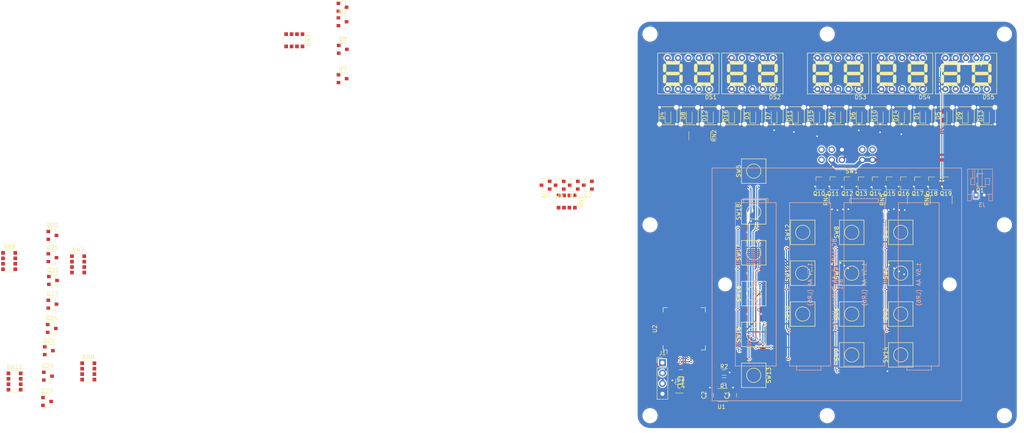
<source format=kicad_pcb>
(kicad_pcb (version 4) (host pcbnew 4.0.7)
  (layers (0 F.Cu signal) (31 B.Cu signal) (34 B.Paste user hide) (35 F.Paste user hide) (36 B.SilkS user hide) (37 F.SilkS user hide) (38 B.Mask user hide) (39 F.Mask user hide) (44 Edge.Cuts user))
  (net 0 "")
  (net 1 "Net-(D1-Pad2)")
  (net 2 "Net-(D10-Pad2)")
  (net 3 "Net-(D11-Pad2)")
  (net 4 "Net-(D12-Pad2)")
  (net 5 GND)
  (net 6 VCC)
  (net 7 "/Binary Display/BIT3")
  (net 8 "/Binary Display/BIT2")
  (net 9 "/Binary Display/BIT1")
  (net 10 "/Binary Display/BIT0")
  (net 11 "/7 Segment Displays/D")
  (net 12 "/7 Segment Displays/E")
  (net 13 "/7 Segment Displays/F")
  (net 14 "/7 Segment Displays/C")
  (net 15 "/7 Segment Displays/A")
  (net 16 "/7 Segment Displays/G")
  (net 17 "/7 Segment Displays/B")
  (net 18 /SBWTDIO)
  (net 19 /SBWTCK)
  (net 20 "Net-(Q2-Pad1)")
  (net 21 "Net-(Q3-Pad1)")
  (net 22 "Net-(Q4-Pad1)")
  (net 23 "Net-(Q5-Pad1)")
  (net 24 "Net-(Q6-Pad1)")
  (net 25 "Net-(Q7-Pad1)")
  (net 26 "Net-(Q8-Pad1)")
  (net 27 "Net-(Q9-Pad1)")
  (net 28 "Net-(Q10-Pad1)")
  (net 29 "Net-(Q11-Pad1)")
  (net 30 "Net-(Q12-Pad1)")
  (net 31 "Net-(Q13-Pad1)")
  (net 32 "Net-(Q14-Pad1)")
  (net 33 "Net-(Q15-Pad1)")
  (net 34 "Net-(Q16-Pad1)")
  (net 35 "Net-(Q17-Pad1)")
  (net 36 "Net-(Q18-Pad1)")
  (net 37 "Net-(Q19-Pad1)")
  (net 38 "Net-(Q20-Pad1)")
  (net 39 "Net-(Q21-Pad1)")
  (net 40 "Net-(Q22-Pad1)")
  (net 41 "Net-(Q22-Pad3)")
  (net 42 "Net-(Q23-Pad1)")
  (net 43 "Net-(Q23-Pad3)")
  (net 44 "Net-(Q24-Pad1)")
  (net 45 "Net-(Q24-Pad3)")
  (net 46 "Net-(Q25-Pad1)")
  (net 47 "Net-(Q25-Pad3)")
  (net 48 /BATT_V)
  (net 49 /DEC_INPUT)
  (net 50 /HEX_INPUT)
  (net 51 /BIN_INPUT)
  (net 52 "/7 Segment Displays/DP")
  (net 53 "Net-(Q26-Pad1)")
  (net 54 "Net-(Q27-Pad1)")
  (net 55 "Net-(Q27-Pad3)")
  (net 56 "Net-(Q1-Pad2)")
  (net 57 "/7 Segment Displays/HEX2")
  (net 58 "/7 Segment Displays/HEX1")
  (net 59 "/7 Segment Displays/HEX4")
  (net 60 "/7 Segment Displays/HEX3")
  (net 61 "/7 Segment Displays/DEC2")
  (net 62 "/7 Segment Displays/DEC1")
  (net 63 "/7 Segment Displays/DEC4")
  (net 64 "/7 Segment Displays/DEC3")
  (net 65 "/7 Segment Displays/DEC6")
  (net 66 "/7 Segment Displays/DEC5")
  (net 67 "/7 Segment Displays/SEG-A")
  (net 68 "/7 Segment Displays/SEG-B")
  (net 69 "/7 Segment Displays/SEG-C")
  (net 70 "/7 Segment Displays/SEG-D")
  (net 71 "/7 Segment Displays/SEG-E")
  (net 72 "/7 Segment Displays/SEG-F")
  (net 73 "/7 Segment Displays/SEG-G")
  (net 74 "/Binary Display/NIBBLE0")
  (net 75 "/Binary Display/NIBBLE1")
  (net 76 "/Binary Display/NIBBLE2")
  (net 77 "/Binary Display/NIBBLE3")
  (net 78 "/Binary Display/LED_BIT0")
  (net 79 "/Binary Display/LED_BIT1")
  (net 80 "/Binary Display/LED_BIT2")
  (net 81 "/Binary Display/LED_BIT3")
  (net 82 "/7 Segment Displays/SEG-DP")
  (net 83 +3V3)
  (net 84 "Net-(J1-Pad1)")
  (net 85 "/7 Segment Displays/~DIGIT0")
  (net 86 "/7 Segment Displays/~DIGIT1")
  (net 87 "/7 Segment Displays/~DIGIT2")
  (net 88 "/7 Segment Displays/~DIGIT3")
  (net 89 "/7 Segment Displays/~DIGIT4")
  (net 90 "/7 Segment Displays/~DIGIT5")
  (net 91 "/7 Segment Displays/~DIGIT6")
  (net 92 "/7 Segment Displays/~DIGIT7")
  (net 93 "/7 Segment Displays/~DIGIT8")
  (net 94 "/7 Segment Displays/~DIGIT9")
  (net 95 /Keypad/CLEAR)
  (net 96 /Keypad/COL1)
  (net 97 /Keypad/ROW3)
  (net 98 /Keypad/COL2)
  (net 99 /Keypad/ROW1)
  (net 100 /Keypad/ROW2)
  (net 101 /Keypad/COL3)
  (net 102 /Keypad/ROW0)
  (net 103 /Keypad/COL0)
  (net 104 "Net-(Q6-Pad3)")
  (net 105 "Net-(Q7-Pad3)")
  (net 106 "Net-(Q8-Pad3)")
  (net 107 "Net-(Q9-Pad3)")
  (net 108 "Net-(Q20-Pad3)")
  (net 109 "Net-(Q21-Pad3)")
  (net 110 "Net-(Q26-Pad3)")
  (net 111 "Net-(J3-Pad1)")
  (module Resistors_SMD:R_Array_Convex_4x1206 (layer F.Cu) (at 36.21 94.29 270)
    (fp_text reference RN1 (at 0 -3.5 270) (layer F.SilkS))
    (fp_text value 4.7k)
    (pad 1 smd rect (at -1.5 -2 270) (size 0.9 0.9) (layers F.Cu F.Paste F.Mask) (net 20 "Net-(Q2-Pad1)"))
    (pad 4 smd rect (at -1.5 2 270) (size 0.9 0.9) (layers F.Cu F.Paste F.Mask) (net 23 "Net-(Q5-Pad1)"))
    (pad 2 smd rect (at -1.5 -0.66 270) (size 0.9 0.9) (layers F.Cu F.Paste F.Mask) (net 21 "Net-(Q3-Pad1)"))
    (pad 3 smd rect (at -1.5 0.66 270) (size 0.9 0.9) (layers F.Cu F.Paste F.Mask) (net 22 "Net-(Q4-Pad1)"))
    (pad 7 smd rect (at 1.5 -0.66 270) (size 0.9 0.9) (layers F.Cu F.Paste F.Mask) (net 75 "/Binary Display/NIBBLE1"))
    (pad 8 smd rect (at 1.5 -2 270) (size 0.9 0.9) (layers F.Cu F.Paste F.Mask) (net 74 "/Binary Display/NIBBLE0"))
    (pad 5 smd rect (at 1.5 2 270) (size 0.9 0.9) (layers F.Cu F.Paste F.Mask) (net 77 "/Binary Display/NIBBLE3"))
    (pad 6 smd rect (at 1.5 0.66 270) (size 0.9 0.9) (layers F.Cu F.Paste F.Mask) (net 76 "/Binary Display/NIBBLE2"))
  )
  (module Switch_CK:CK_PTS645_6mm_SMD (layer F.Cu) (at 82 116.83 90)
    (fp_text reference SW16 (at 0 -3.7 90) (layer F.SilkS))
    (fp_text value C)
    (pad 1 smd rect (at -3.975 -2.25 90) (size 1.55 1.3) (layers F.Cu F.Paste F.Mask) (net 101 /Keypad/COL3))
    (pad 2 smd rect (at 3.975 -2.25 90) (size 1.55 1.3) (layers F.Cu F.Paste F.Mask))
    (pad 3 smd rect (at -3.975 2.25 90) (size 1.55 1.3) (layers F.Cu F.Paste F.Mask) (net 99 /Keypad/ROW1))
    (pad 4 smd rect (at 3.975 2.25 90) (size 1.55 1.3) (layers F.Cu F.Paste F.Mask))
  )
  (module Mounting_Holes:MountingHole_3.2mm_M3 (layer F.Cu) (at 143.39 100)
    (fp_text reference REF** (at 0 0) (layer F.SilkS) (effects (font (size 0.5 0.5) (thickness 0.125))))
    (fp_text value MountingHole_3.2mm_M3)
    (pad 1 np_thru_hole circle (at 0 0) (size 3.2 3.2) (drill 3.2) (layers *.Cu *.Mask))
  )
  (module Mounting_Holes:MountingHole_3.2mm_M3 (layer F.Cu) (at 100 53.28)
    (fp_text reference REF** (at 0 0) (layer F.SilkS) (effects (font (size 0.5 0.5) (thickness 0.000001))))
    (fp_text value MountingHole_3.2mm_M3)
    (pad 1 np_thru_hole circle (at 0 0) (size 3.2 3.2) (drill 3.2) (layers *.Cu *.Mask))
  )
  (module Mounting_Holes:MountingHole_3.2mm_M3 (layer F.Cu) (at 56.61 100)
    (fp_text reference REF** (at 0 0) (layer F.SilkS) (effects (font (size 0.5 0.5) (thickness 0.125))))
    (fp_text value MountingHole_3.2mm_M3)
    (pad 1 np_thru_hole circle (at 0 0) (size 3.2 3.2) (drill 3.2) (layers *.Cu *.Mask))
  )
  (module Mounting_Holes:MountingHole_3.2mm_M3 (layer F.Cu) (at 100 146.72)
    (fp_text reference REF** (at 0 0) (layer F.SilkS) (effects (font (size 0.5 0.5) (thickness 0.1))))
    (fp_text value MountingHole_3.2mm_M3)
    (pad 1 np_thru_hole circle (at 0 0) (size 3.2 3.2) (drill 3.2) (layers *.Cu *.Mask))
  )
  (module Mounting_Holes:MountingHole_3.2mm_M3 (layer F.Cu) (at 56.61 146.72)
    (fp_text reference REF** (at 0 0) (layer F.SilkS) (effects (font (size 0.5 0.5) (thickness 0.125))))
    (fp_text value MountingHole_3.2mm_M3)
    (pad 1 np_thru_hole circle (at 0 0) (size 3.2 3.2) (drill 3.2) (layers *.Cu *.Mask))
  )
  (module Mounting_Holes:MountingHole_3.2mm_M3 (layer F.Cu) (at 143.39 146.72)
    (fp_text reference REF** (at 0 0) (layer F.SilkS) (effects (font (size 0.5 0.5) (thickness 0.125))))
    (fp_text value MountingHole_3.2mm_M3)
    (pad 1 np_thru_hole circle (at 0 0) (size 3.2 3.2) (drill 3.2) (layers *.Cu *.Mask))
  )
  (module Mounting_Holes:MountingHole_3.2mm_M3 (layer F.Cu) (at 143.39 53.28)
    (fp_text reference REF** (at 0 0) (layer F.SilkS) (effects (font (size 0.5 0.5) (thickness 0.125))))
    (fp_text value MountingHole_3.2mm_M3)
    (pad 1 np_thru_hole circle (at 0 0) (size 3.2 3.2) (drill 3.2) (layers *.Cu *.Mask))
  )
  (module Mounting_Holes:MountingHole_3.2mm_M3 (layer F.Cu) (at 56.61 53.28)
    (fp_text reference REF** (at 0 0) (layer F.SilkS) (effects (font (size 0.5 0.5) (thickness 0.125))))
    (fp_text value MountingHole_3.2mm_M3)
    (pad 1 np_thru_hole circle (at 0 0) (size 3.2 3.2) (drill 3.2) (layers *.Cu *.Mask))
  )
  (module Capacitors_SMD:C_0805 (layer F.Cu) (at 76.93 141.7 90)
    (fp_text reference C1 (at 0 -1.5 90) (layer F.SilkS))
    (fp_text value 1uF)
    (pad 1 smd rect (at -1 0 90) (size 1 1.25) (layers F.Cu F.Paste F.Mask) (net 6 VCC))
    (pad 2 smd rect (at 1 0 90) (size 1 1.25) (layers F.Cu F.Paste F.Mask) (net 5 GND))
  )
  (module Capacitors_SMD:C_0805 (layer F.Cu) (at 71.28 141.7 90)
    (fp_text reference C2 (at 0 -1.5 90) (layer F.SilkS))
    (fp_text value 10uF)
    (pad 1 smd rect (at -1 0 90) (size 1 1.25) (layers F.Cu F.Paste F.Mask) (net 83 +3V3))
    (pad 2 smd rect (at 1 0 90) (size 1 1.25) (layers F.Cu F.Paste F.Mask) (net 5 GND))
  )
  (module Capacitors_SMD:C_0805 (layer F.Cu) (at 64.15 136.3 180)
    (fp_text reference C3 (at 0 -1.5 180) (layer F.SilkS))
    (fp_text value 100nF)
    (pad 1 smd rect (at -1 0 180) (size 1 1.25) (layers F.Cu F.Paste F.Mask) (net 83 +3V3))
    (pad 2 smd rect (at 1 0 180) (size 1 1.25) (layers F.Cu F.Paste F.Mask) (net 5 GND))
  )
  (module Capacitors_SMD:C_0805 (layer F.Cu) (at 64.18 138.06 180)
    (fp_text reference C4 (at 0 -1.5 180) (layer F.SilkS))
    (fp_text value 1uF)
    (pad 1 smd rect (at -1 0 180) (size 1 1.25) (layers F.Cu F.Paste F.Mask) (net 83 +3V3))
    (pad 2 smd rect (at 1 0 180) (size 1 1.25) (layers F.Cu F.Paste F.Mask) (net 5 GND))
  )
  (module LightPipe_Bivar:LED_0805_LightPipe_VLP (layer F.Cu) (at 123.4 73.28 90)
    (fp_text reference D1 (at 0 -1.45 90) (layer F.SilkS))
    (fp_text value BIT3)
    (pad 2 smd rect (at 1.1 0 270) (size 1.2 1.2) (layers F.Cu F.Paste F.Mask) (net 1 "Net-(D1-Pad2)"))
    (pad 1 smd rect (at -1.1 0 270) (size 1.2 1.2) (layers F.Cu F.Paste F.Mask) (net 7 "/Binary Display/BIT3"))
    (pad "" np_thru_hole circle (at 2.05 -2.05 90) (size 0.7 0.7) (drill 0.7) (layers *.Cu *.Mask))
    (pad "" np_thru_hole circle (at -2.05 2.05 90) (size 0.7 0.7) (drill 0.7) (layers *.Cu *.Mask))
  )
  (module LightPipe_Bivar:LED_0805_LightPipe_VLP (layer F.Cu) (at 102.6 73.28 90)
    (fp_text reference D2 (at 0 -1.45 90) (layer F.SilkS))
    (fp_text value BIT7)
    (pad 2 smd rect (at 1.1 0 270) (size 1.2 1.2) (layers F.Cu F.Paste F.Mask) (net 2 "Net-(D10-Pad2)"))
    (pad 1 smd rect (at -1.1 0 270) (size 1.2 1.2) (layers F.Cu F.Paste F.Mask) (net 7 "/Binary Display/BIT3"))
    (pad "" np_thru_hole circle (at 2.05 -2.05 90) (size 0.7 0.7) (drill 0.7) (layers *.Cu *.Mask))
    (pad "" np_thru_hole circle (at -2.05 2.05 90) (size 0.7 0.7) (drill 0.7) (layers *.Cu *.Mask))
  )
  (module LightPipe_Bivar:LED_0805_LightPipe_VLP (layer F.Cu) (at 81.8 73.28 90)
    (fp_text reference D3 (at 0 -1.45 90) (layer F.SilkS))
    (fp_text value BIT11)
    (pad 2 smd rect (at 1.1 0 270) (size 1.2 1.2) (layers F.Cu F.Paste F.Mask) (net 3 "Net-(D11-Pad2)"))
    (pad 1 smd rect (at -1.1 0 270) (size 1.2 1.2) (layers F.Cu F.Paste F.Mask) (net 7 "/Binary Display/BIT3"))
    (pad "" np_thru_hole circle (at 2.05 -2.05 90) (size 0.7 0.7) (drill 0.7) (layers *.Cu *.Mask))
    (pad "" np_thru_hole circle (at -2.05 2.05 90) (size 0.7 0.7) (drill 0.7) (layers *.Cu *.Mask))
  )
  (module LightPipe_Bivar:LED_0805_LightPipe_VLP (layer F.Cu) (at 61 73.28 90)
    (fp_text reference D4 (at 0 -1.45 90) (layer F.SilkS))
    (fp_text value BIT15)
    (pad 2 smd rect (at 1.1 0 270) (size 1.2 1.2) (layers F.Cu F.Paste F.Mask) (net 4 "Net-(D12-Pad2)"))
    (pad 1 smd rect (at -1.1 0 270) (size 1.2 1.2) (layers F.Cu F.Paste F.Mask) (net 7 "/Binary Display/BIT3"))
    (pad "" np_thru_hole circle (at 2.05 -2.05 90) (size 0.7 0.7) (drill 0.7) (layers *.Cu *.Mask))
    (pad "" np_thru_hole circle (at -2.05 2.05 90) (size 0.7 0.7) (drill 0.7) (layers *.Cu *.Mask))
  )
  (module LightPipe_Bivar:LED_0805_LightPipe_VLP (layer F.Cu) (at 128.6 73.28 90)
    (fp_text reference D5 (at 0 -1.45 90) (layer F.SilkS))
    (fp_text value BIT2)
    (pad 2 smd rect (at 1.1 0 270) (size 1.2 1.2) (layers F.Cu F.Paste F.Mask) (net 1 "Net-(D1-Pad2)"))
    (pad 1 smd rect (at -1.1 0 270) (size 1.2 1.2) (layers F.Cu F.Paste F.Mask) (net 8 "/Binary Display/BIT2"))
    (pad "" np_thru_hole circle (at 2.05 -2.05 90) (size 0.7 0.7) (drill 0.7) (layers *.Cu *.Mask))
    (pad "" np_thru_hole circle (at -2.05 2.05 90) (size 0.7 0.7) (drill 0.7) (layers *.Cu *.Mask))
  )
  (module LightPipe_Bivar:LED_0805_LightPipe_VLP (layer F.Cu) (at 107.8 73.28 90)
    (fp_text reference D6 (at 0 -1.45 90) (layer F.SilkS))
    (fp_text value BIT6)
    (pad 2 smd rect (at 1.1 0 270) (size 1.2 1.2) (layers F.Cu F.Paste F.Mask) (net 2 "Net-(D10-Pad2)"))
    (pad 1 smd rect (at -1.1 0 270) (size 1.2 1.2) (layers F.Cu F.Paste F.Mask) (net 8 "/Binary Display/BIT2"))
    (pad "" np_thru_hole circle (at 2.05 -2.05 90) (size 0.7 0.7) (drill 0.7) (layers *.Cu *.Mask))
    (pad "" np_thru_hole circle (at -2.05 2.05 90) (size 0.7 0.7) (drill 0.7) (layers *.Cu *.Mask))
  )
  (module LightPipe_Bivar:LED_0805_LightPipe_VLP (layer F.Cu) (at 87 73.28 90)
    (fp_text reference D7 (at 0 -1.45 90) (layer F.SilkS))
    (fp_text value BIT10)
    (pad 2 smd rect (at 1.1 0 270) (size 1.2 1.2) (layers F.Cu F.Paste F.Mask) (net 3 "Net-(D11-Pad2)"))
    (pad 1 smd rect (at -1.1 0 270) (size 1.2 1.2) (layers F.Cu F.Paste F.Mask) (net 8 "/Binary Display/BIT2"))
    (pad "" np_thru_hole circle (at 2.05 -2.05 90) (size 0.7 0.7) (drill 0.7) (layers *.Cu *.Mask))
    (pad "" np_thru_hole circle (at -2.05 2.05 90) (size 0.7 0.7) (drill 0.7) (layers *.Cu *.Mask))
  )
  (module LightPipe_Bivar:LED_0805_LightPipe_VLP (layer F.Cu) (at 66.2 73.28 90)
    (fp_text reference D8 (at 0 -1.45 90) (layer F.SilkS))
    (fp_text value BIT14)
    (pad 2 smd rect (at 1.1 0 270) (size 1.2 1.2) (layers F.Cu F.Paste F.Mask) (net 4 "Net-(D12-Pad2)"))
    (pad 1 smd rect (at -1.1 0 270) (size 1.2 1.2) (layers F.Cu F.Paste F.Mask) (net 8 "/Binary Display/BIT2"))
    (pad "" np_thru_hole circle (at 2.05 -2.05 90) (size 0.7 0.7) (drill 0.7) (layers *.Cu *.Mask))
    (pad "" np_thru_hole circle (at -2.05 2.05 90) (size 0.7 0.7) (drill 0.7) (layers *.Cu *.Mask))
  )
  (module LightPipe_Bivar:LED_0805_LightPipe_VLP (layer F.Cu) (at 133.8 73.28 90)
    (fp_text reference D9 (at 0 -1.45 90) (layer F.SilkS))
    (fp_text value BIT1)
    (pad 2 smd rect (at 1.1 0 270) (size 1.2 1.2) (layers F.Cu F.Paste F.Mask) (net 1 "Net-(D1-Pad2)"))
    (pad 1 smd rect (at -1.1 0 270) (size 1.2 1.2) (layers F.Cu F.Paste F.Mask) (net 9 "/Binary Display/BIT1"))
    (pad "" np_thru_hole circle (at 2.05 -2.05 90) (size 0.7 0.7) (drill 0.7) (layers *.Cu *.Mask))
    (pad "" np_thru_hole circle (at -2.05 2.05 90) (size 0.7 0.7) (drill 0.7) (layers *.Cu *.Mask))
  )
  (module LightPipe_Bivar:LED_0805_LightPipe_VLP (layer F.Cu) (at 113 73.28 90)
    (fp_text reference D10 (at 0 -1.45 90) (layer F.SilkS))
    (fp_text value BIT5)
    (pad 2 smd rect (at 1.1 0 270) (size 1.2 1.2) (layers F.Cu F.Paste F.Mask) (net 2 "Net-(D10-Pad2)"))
    (pad 1 smd rect (at -1.1 0 270) (size 1.2 1.2) (layers F.Cu F.Paste F.Mask) (net 9 "/Binary Display/BIT1"))
    (pad "" np_thru_hole circle (at 2.05 -2.05 90) (size 0.7 0.7) (drill 0.7) (layers *.Cu *.Mask))
    (pad "" np_thru_hole circle (at -2.05 2.05 90) (size 0.7 0.7) (drill 0.7) (layers *.Cu *.Mask))
  )
  (module LightPipe_Bivar:LED_0805_LightPipe_VLP (layer F.Cu) (at 92.2 73.28 90)
    (fp_text reference D11 (at 0 -1.45 90) (layer F.SilkS))
    (fp_text value BIT9)
    (pad 2 smd rect (at 1.1 0 270) (size 1.2 1.2) (layers F.Cu F.Paste F.Mask) (net 3 "Net-(D11-Pad2)"))
    (pad 1 smd rect (at -1.1 0 270) (size 1.2 1.2) (layers F.Cu F.Paste F.Mask) (net 9 "/Binary Display/BIT1"))
    (pad "" np_thru_hole circle (at 2.05 -2.05 90) (size 0.7 0.7) (drill 0.7) (layers *.Cu *.Mask))
    (pad "" np_thru_hole circle (at -2.05 2.05 90) (size 0.7 0.7) (drill 0.7) (layers *.Cu *.Mask))
  )
  (module LightPipe_Bivar:LED_0805_LightPipe_VLP (layer F.Cu) (at 71.4 73.28 90)
    (fp_text reference D12 (at 0 -1.45 90) (layer F.SilkS))
    (fp_text value BIT13)
    (pad 2 smd rect (at 1.1 0 270) (size 1.2 1.2) (layers F.Cu F.Paste F.Mask) (net 4 "Net-(D12-Pad2)"))
    (pad 1 smd rect (at -1.1 0 270) (size 1.2 1.2) (layers F.Cu F.Paste F.Mask) (net 9 "/Binary Display/BIT1"))
    (pad "" np_thru_hole circle (at 2.05 -2.05 90) (size 0.7 0.7) (drill 0.7) (layers *.Cu *.Mask))
    (pad "" np_thru_hole circle (at -2.05 2.05 90) (size 0.7 0.7) (drill 0.7) (layers *.Cu *.Mask))
  )
  (module LightPipe_Bivar:LED_0805_LightPipe_VLP (layer F.Cu) (at 139 73.28 90)
    (fp_text reference D13 (at 0 -1.45 90) (layer F.SilkS))
    (fp_text value BIT0)
    (pad 2 smd rect (at 1.1 0 270) (size 1.2 1.2) (layers F.Cu F.Paste F.Mask) (net 1 "Net-(D1-Pad2)"))
    (pad 1 smd rect (at -1.1 0 270) (size 1.2 1.2) (layers F.Cu F.Paste F.Mask) (net 10 "/Binary Display/BIT0"))
    (pad "" np_thru_hole circle (at 2.05 -2.05 90) (size 0.7 0.7) (drill 0.7) (layers *.Cu *.Mask))
    (pad "" np_thru_hole circle (at -2.05 2.05 90) (size 0.7 0.7) (drill 0.7) (layers *.Cu *.Mask))
  )
  (module LightPipe_Bivar:LED_0805_LightPipe_VLP (layer F.Cu) (at 118.2 73.28 90)
    (fp_text reference D14 (at 0 -1.45 90) (layer F.SilkS))
    (fp_text value BIT4)
    (pad 2 smd rect (at 1.1 0 270) (size 1.2 1.2) (layers F.Cu F.Paste F.Mask) (net 2 "Net-(D10-Pad2)"))
    (pad 1 smd rect (at -1.1 0 270) (size 1.2 1.2) (layers F.Cu F.Paste F.Mask) (net 10 "/Binary Display/BIT0"))
    (pad "" np_thru_hole circle (at 2.05 -2.05 90) (size 0.7 0.7) (drill 0.7) (layers *.Cu *.Mask))
    (pad "" np_thru_hole circle (at -2.05 2.05 90) (size 0.7 0.7) (drill 0.7) (layers *.Cu *.Mask))
  )
  (module LightPipe_Bivar:LED_0805_LightPipe_VLP (layer F.Cu) (at 97.4 73.28 90)
    (fp_text reference D15 (at 0 -1.45 90) (layer F.SilkS))
    (fp_text value BIT8)
    (pad 2 smd rect (at 1.1 0 270) (size 1.2 1.2) (layers F.Cu F.Paste F.Mask) (net 3 "Net-(D11-Pad2)"))
    (pad 1 smd rect (at -1.1 0 270) (size 1.2 1.2) (layers F.Cu F.Paste F.Mask) (net 10 "/Binary Display/BIT0"))
    (pad "" np_thru_hole circle (at 2.05 -2.05 90) (size 0.7 0.7) (drill 0.7) (layers *.Cu *.Mask))
    (pad "" np_thru_hole circle (at -2.05 2.05 90) (size 0.7 0.7) (drill 0.7) (layers *.Cu *.Mask))
  )
  (module LightPipe_Bivar:LED_0805_LightPipe_VLP (layer F.Cu) (at 76.6 73.28 90)
    (fp_text reference D16 (at 0 -1.45 90) (layer F.SilkS))
    (fp_text value BIT12)
    (pad 2 smd rect (at 1.1 0 270) (size 1.2 1.2) (layers F.Cu F.Paste F.Mask) (net 4 "Net-(D12-Pad2)"))
    (pad 1 smd rect (at -1.1 0 270) (size 1.2 1.2) (layers F.Cu F.Paste F.Mask) (net 10 "/Binary Display/BIT0"))
    (pad "" np_thru_hole circle (at 2.05 -2.05 90) (size 0.7 0.7) (drill 0.7) (layers *.Cu *.Mask))
    (pad "" np_thru_hole circle (at -2.05 2.05 90) (size 0.7 0.7) (drill 0.7) (layers *.Cu *.Mask))
  )
  (module Lite-On:Display_Lite-On_LTD-2601WC (layer F.Cu) (at 66 62.93)
    (fp_text reference DS1 (at 5.5 5.8) (layer F.SilkS))
    (fp_text value LTD-2601WC)
    (pad 1 thru_hole circle (at -5.08 3.81) (size 1.524 1.524) (drill 0.762) (layers *.Cu *.Mask) (net 12 "/7 Segment Displays/E"))
    (pad 2 thru_hole circle (at -2.54 3.81) (size 1.524 1.524) (drill 0.762) (layers *.Cu *.Mask) (net 11 "/7 Segment Displays/D"))
    (pad 3 thru_hole circle (at 0 3.81) (size 1.524 1.524) (drill 0.762) (layers *.Cu *.Mask) (net 14 "/7 Segment Displays/C"))
    (pad 4 thru_hole circle (at 2.54 3.81) (size 1.524 1.524) (drill 0.762) (layers *.Cu *.Mask) (net 16 "/7 Segment Displays/G"))
    (pad 5 thru_hole circle (at 5.08 3.81) (size 1.524 1.524) (drill 0.762) (layers *.Cu *.Mask) (net 52 "/7 Segment Displays/DP"))
    (pad 6 thru_hole circle (at 5.08 -3.81) (size 1.524 1.524) (drill 0.762) (layers *.Cu *.Mask) (net 57 "/7 Segment Displays/HEX2"))
    (pad 7 thru_hole circle (at 2.54 -3.81) (size 1.524 1.524) (drill 0.762) (layers *.Cu *.Mask) (net 15 "/7 Segment Displays/A"))
    (pad 8 thru_hole circle (at 0 -3.81) (size 1.524 1.524) (drill 0.762) (layers *.Cu *.Mask) (net 17 "/7 Segment Displays/B"))
    (pad 9 thru_hole circle (at -2.54 -3.81) (size 1.524 1.524) (drill 0.762) (layers *.Cu *.Mask) (net 58 "/7 Segment Displays/HEX1"))
    (pad 10 thru_hole circle (at -5.08 -3.81) (size 1.524 1.524) (drill 0.762) (layers *.Cu *.Mask) (net 13 "/7 Segment Displays/F"))
  )
  (module Lite-On:Display_Lite-On_LTD-2601WC (layer F.Cu) (at 81.67 62.93)
    (fp_text reference DS2 (at 5.5 5.8) (layer F.SilkS))
    (fp_text value LTD-2601WC)
    (pad 1 thru_hole circle (at -5.08 3.81) (size 1.524 1.524) (drill 0.762) (layers *.Cu *.Mask) (net 12 "/7 Segment Displays/E"))
    (pad 2 thru_hole circle (at -2.54 3.81) (size 1.524 1.524) (drill 0.762) (layers *.Cu *.Mask) (net 11 "/7 Segment Displays/D"))
    (pad 3 thru_hole circle (at 0 3.81) (size 1.524 1.524) (drill 0.762) (layers *.Cu *.Mask) (net 14 "/7 Segment Displays/C"))
    (pad 4 thru_hole circle (at 2.54 3.81) (size 1.524 1.524) (drill 0.762) (layers *.Cu *.Mask) (net 16 "/7 Segment Displays/G"))
    (pad 5 thru_hole circle (at 5.08 3.81) (size 1.524 1.524) (drill 0.762) (layers *.Cu *.Mask) (net 52 "/7 Segment Displays/DP"))
    (pad 6 thru_hole circle (at 5.08 -3.81) (size 1.524 1.524) (drill 0.762) (layers *.Cu *.Mask) (net 59 "/7 Segment Displays/HEX4"))
    (pad 7 thru_hole circle (at 2.54 -3.81) (size 1.524 1.524) (drill 0.762) (layers *.Cu *.Mask) (net 15 "/7 Segment Displays/A"))
    (pad 8 thru_hole circle (at 0 -3.81) (size 1.524 1.524) (drill 0.762) (layers *.Cu *.Mask) (net 17 "/7 Segment Displays/B"))
    (pad 9 thru_hole circle (at -2.54 -3.81) (size 1.524 1.524) (drill 0.762) (layers *.Cu *.Mask) (net 60 "/7 Segment Displays/HEX3"))
    (pad 10 thru_hole circle (at -5.08 -3.81) (size 1.524 1.524) (drill 0.762) (layers *.Cu *.Mask) (net 13 "/7 Segment Displays/F"))
  )
  (module Lite-On:Display_Lite-On_LTD-2601WC (layer F.Cu) (at 102.66 62.93)
    (fp_text reference DS3 (at 5.5 5.8) (layer F.SilkS))
    (fp_text value LTD-2601WC)
    (pad 1 thru_hole circle (at -5.08 3.81) (size 1.524 1.524) (drill 0.762) (layers *.Cu *.Mask) (net 12 "/7 Segment Displays/E"))
    (pad 2 thru_hole circle (at -2.54 3.81) (size 1.524 1.524) (drill 0.762) (layers *.Cu *.Mask) (net 11 "/7 Segment Displays/D"))
    (pad 3 thru_hole circle (at 0 3.81) (size 1.524 1.524) (drill 0.762) (layers *.Cu *.Mask) (net 14 "/7 Segment Displays/C"))
    (pad 4 thru_hole circle (at 2.54 3.81) (size 1.524 1.524) (drill 0.762) (layers *.Cu *.Mask) (net 16 "/7 Segment Displays/G"))
    (pad 5 thru_hole circle (at 5.08 3.81) (size 1.524 1.524) (drill 0.762) (layers *.Cu *.Mask) (net 52 "/7 Segment Displays/DP"))
    (pad 6 thru_hole circle (at 5.08 -3.81) (size 1.524 1.524) (drill 0.762) (layers *.Cu *.Mask) (net 61 "/7 Segment Displays/DEC2"))
    (pad 7 thru_hole circle (at 2.54 -3.81) (size 1.524 1.524) (drill 0.762) (layers *.Cu *.Mask) (net 15 "/7 Segment Displays/A"))
    (pad 8 thru_hole circle (at 0 -3.81) (size 1.524 1.524) (drill 0.762) (layers *.Cu *.Mask) (net 17 "/7 Segment Displays/B"))
    (pad 9 thru_hole circle (at -2.54 -3.81) (size 1.524 1.524) (drill 0.762) (layers *.Cu *.Mask) (net 62 "/7 Segment Displays/DEC1"))
    (pad 10 thru_hole circle (at -5.08 -3.81) (size 1.524 1.524) (drill 0.762) (layers *.Cu *.Mask) (net 13 "/7 Segment Displays/F"))
  )
  (module Lite-On:Display_Lite-On_LTD-2601WC (layer F.Cu) (at 118.33 62.93)
    (fp_text reference DS4 (at 5.5 5.8) (layer F.SilkS))
    (fp_text value LTD-2601WC)
    (pad 1 thru_hole circle (at -5.08 3.81) (size 1.524 1.524) (drill 0.762) (layers *.Cu *.Mask) (net 12 "/7 Segment Displays/E"))
    (pad 2 thru_hole circle (at -2.54 3.81) (size 1.524 1.524) (drill 0.762) (layers *.Cu *.Mask) (net 11 "/7 Segment Displays/D"))
    (pad 3 thru_hole circle (at 0 3.81) (size 1.524 1.524) (drill 0.762) (layers *.Cu *.Mask) (net 14 "/7 Segment Displays/C"))
    (pad 4 thru_hole circle (at 2.54 3.81) (size 1.524 1.524) (drill 0.762) (layers *.Cu *.Mask) (net 16 "/7 Segment Displays/G"))
    (pad 5 thru_hole circle (at 5.08 3.81) (size 1.524 1.524) (drill 0.762) (layers *.Cu *.Mask) (net 52 "/7 Segment Displays/DP"))
    (pad 6 thru_hole circle (at 5.08 -3.81) (size 1.524 1.524) (drill 0.762) (layers *.Cu *.Mask) (net 63 "/7 Segment Displays/DEC4"))
    (pad 7 thru_hole circle (at 2.54 -3.81) (size 1.524 1.524) (drill 0.762) (layers *.Cu *.Mask) (net 15 "/7 Segment Displays/A"))
    (pad 8 thru_hole circle (at 0 -3.81) (size 1.524 1.524) (drill 0.762) (layers *.Cu *.Mask) (net 17 "/7 Segment Displays/B"))
    (pad 9 thru_hole circle (at -2.54 -3.81) (size 1.524 1.524) (drill 0.762) (layers *.Cu *.Mask) (net 64 "/7 Segment Displays/DEC3"))
    (pad 10 thru_hole circle (at -5.08 -3.81) (size 1.524 1.524) (drill 0.762) (layers *.Cu *.Mask) (net 13 "/7 Segment Displays/F"))
  )
  (module Lite-On:Display_Lite-On_LTD-2601WC (layer F.Cu) (at 134 62.93)
    (fp_text reference DS5 (at 5.5 5.8) (layer F.SilkS))
    (fp_text value LTD-2601WC)
    (pad 1 thru_hole circle (at -5.08 3.81) (size 1.524 1.524) (drill 0.762) (layers *.Cu *.Mask) (net 12 "/7 Segment Displays/E"))
    (pad 2 thru_hole circle (at -2.54 3.81) (size 1.524 1.524) (drill 0.762) (layers *.Cu *.Mask) (net 11 "/7 Segment Displays/D"))
    (pad 3 thru_hole circle (at 0 3.81) (size 1.524 1.524) (drill 0.762) (layers *.Cu *.Mask) (net 14 "/7 Segment Displays/C"))
    (pad 4 thru_hole circle (at 2.54 3.81) (size 1.524 1.524) (drill 0.762) (layers *.Cu *.Mask) (net 16 "/7 Segment Displays/G"))
    (pad 5 thru_hole circle (at 5.08 3.81) (size 1.524 1.524) (drill 0.762) (layers *.Cu *.Mask) (net 52 "/7 Segment Displays/DP"))
    (pad 6 thru_hole circle (at 5.08 -3.81) (size 1.524 1.524) (drill 0.762) (layers *.Cu *.Mask) (net 65 "/7 Segment Displays/DEC6"))
    (pad 7 thru_hole circle (at 2.54 -3.81) (size 1.524 1.524) (drill 0.762) (layers *.Cu *.Mask) (net 15 "/7 Segment Displays/A"))
    (pad 8 thru_hole circle (at 0 -3.81) (size 1.524 1.524) (drill 0.762) (layers *.Cu *.Mask) (net 17 "/7 Segment Displays/B"))
    (pad 9 thru_hole circle (at -2.54 -3.81) (size 1.524 1.524) (drill 0.762) (layers *.Cu *.Mask) (net 66 "/7 Segment Displays/DEC5"))
    (pad 10 thru_hole circle (at -5.08 -3.81) (size 1.524 1.524) (drill 0.762) (layers *.Cu *.Mask) (net 13 "/7 Segment Displays/F"))
  )
  (module Pin_Headers:Pin_Header_Straight_1x04_Pitch2.54mm (layer F.Cu) (at 59.65 133.75)
    (fp_text reference J1 (at 0 -2.33) (layer F.SilkS))
    (fp_text value ISP)
    (pad 1 thru_hole rect (at 0 0) (size 1.7 1.7) (drill 1) (layers *.Cu *.Mask) (net 84 "Net-(J1-Pad1)"))
    (pad 2 thru_hole oval (at 0 2.54) (size 1.7 1.7) (drill 1) (layers *.Cu *.Mask) (net 18 /SBWTDIO))
    (pad 3 thru_hole oval (at 0 5.08) (size 1.7 1.7) (drill 1) (layers *.Cu *.Mask) (net 19 /SBWTCK))
    (pad 4 thru_hole oval (at 0 7.62) (size 1.7 1.7) (drill 1) (layers *.Cu *.Mask) (net 5 GND))
  )
  (module Resistors_SMD:R_1206 (layer F.Cu) (at 63.78 140.1)
    (fp_text reference JP1 (at 0 -1.85) (layer F.SilkS))
    (fp_text value VTARG_EN)
    (pad 1 smd rect (at -1.45 0) (size 0.9 1.7) (layers F.Cu F.Paste F.Mask) (net 84 "Net-(J1-Pad1)"))
    (pad 2 smd rect (at 1.45 0) (size 0.9 1.7) (layers F.Cu F.Paste F.Mask) (net 83 +3V3))
  )
  (module TO_SOT_Packages_SMD:SOT-23 (layer F.Cu) (at 137.43 89.04 180)
    (fp_text reference Q1 (at 0 -2.5 180) (layer F.SilkS))
    (fp_text value Q_PMOS_GSD)
    (pad 1 smd rect (at -1 -0.95 180) (size 0.9 0.8) (layers F.Cu F.Paste F.Mask) (net 5 GND))
    (pad 2 smd rect (at -1 0.95 180) (size 0.9 0.8) (layers F.Cu F.Paste F.Mask) (net 56 "Net-(Q1-Pad2)"))
    (pad 3 smd rect (at 1 0 180) (size 0.9 0.8) (layers F.Cu F.Paste F.Mask) (net 111 "Net-(J3-Pad1)"))
  )
  (module TO_SOT_Packages_SMD:SOT-23 (layer F.Cu) (at 41.38 90.28 180)
    (fp_text reference Q2 (at 0 -2.5 180) (layer F.SilkS))
    (fp_text value Q_PNP_BEC)
    (pad 1 smd rect (at -1 -0.95 180) (size 0.9 0.8) (layers F.Cu F.Paste F.Mask) (net 20 "Net-(Q2-Pad1)"))
    (pad 2 smd rect (at -1 0.95 180) (size 0.9 0.8) (layers F.Cu F.Paste F.Mask) (net 6 VCC))
    (pad 3 smd rect (at 1 0 180) (size 0.9 0.8) (layers F.Cu F.Paste F.Mask) (net 1 "Net-(D1-Pad2)"))
  )
  (module TO_SOT_Packages_SMD:SOT-23 (layer F.Cu) (at 37.93 90.28 180)
    (fp_text reference Q3 (at 0 -2.5 180) (layer F.SilkS))
    (fp_text value Q_PNP_BEC)
    (pad 1 smd rect (at -1 -0.95 180) (size 0.9 0.8) (layers F.Cu F.Paste F.Mask) (net 21 "Net-(Q3-Pad1)"))
    (pad 2 smd rect (at -1 0.95 180) (size 0.9 0.8) (layers F.Cu F.Paste F.Mask) (net 6 VCC))
    (pad 3 smd rect (at 1 0 180) (size 0.9 0.8) (layers F.Cu F.Paste F.Mask) (net 2 "Net-(D10-Pad2)"))
  )
  (module TO_SOT_Packages_SMD:SOT-23 (layer F.Cu) (at 34.48 90.28 180)
    (fp_text reference Q4 (at 0 -2.5 180) (layer F.SilkS))
    (fp_text value Q_PNP_BEC)
    (pad 1 smd rect (at -1 -0.95 180) (size 0.9 0.8) (layers F.Cu F.Paste F.Mask) (net 22 "Net-(Q4-Pad1)"))
    (pad 2 smd rect (at -1 0.95 180) (size 0.9 0.8) (layers F.Cu F.Paste F.Mask) (net 6 VCC))
    (pad 3 smd rect (at 1 0 180) (size 0.9 0.8) (layers F.Cu F.Paste F.Mask) (net 3 "Net-(D11-Pad2)"))
  )
  (module TO_SOT_Packages_SMD:SOT-23 (layer F.Cu) (at 31.03 90.28 180)
    (fp_text reference Q5 (at 0 -2.5 180) (layer F.SilkS))
    (fp_text value Q_PNP_BEC)
    (pad 1 smd rect (at -1 -0.95 180) (size 0.9 0.8) (layers F.Cu F.Paste F.Mask) (net 23 "Net-(Q5-Pad1)"))
    (pad 2 smd rect (at -1 0.95 180) (size 0.9 0.8) (layers F.Cu F.Paste F.Mask) (net 6 VCC))
    (pad 3 smd rect (at 1 0 180) (size 0.9 0.8) (layers F.Cu F.Paste F.Mask) (net 4 "Net-(D12-Pad2)"))
  )
  (module TO_SOT_Packages_SMD:SOT-23 (layer F.Cu) (at -18.7 46.71)
    (fp_text reference Q6 (at 0 -2.5) (layer F.SilkS))
    (fp_text value Q_NPN_BEC)
    (pad 1 smd rect (at -1 -0.95) (size 0.9 0.8) (layers F.Cu F.Paste F.Mask) (net 24 "Net-(Q6-Pad1)"))
    (pad 2 smd rect (at -1 0.95) (size 0.9 0.8) (layers F.Cu F.Paste F.Mask) (net 5 GND))
    (pad 3 smd rect (at 1 0) (size 0.9 0.8) (layers F.Cu F.Paste F.Mask) (net 104 "Net-(Q6-Pad3)"))
  )
  (module TO_SOT_Packages_SMD:SOT-23 (layer F.Cu) (at -18.7 50.26)
    (fp_text reference Q7 (at 0 -2.5) (layer F.SilkS))
    (fp_text value Q_NPN_BEC)
    (pad 1 smd rect (at -1 -0.95) (size 0.9 0.8) (layers F.Cu F.Paste F.Mask) (net 25 "Net-(Q7-Pad1)"))
    (pad 2 smd rect (at -1 0.95) (size 0.9 0.8) (layers F.Cu F.Paste F.Mask) (net 5 GND))
    (pad 3 smd rect (at 1 0) (size 0.9 0.8) (layers F.Cu F.Paste F.Mask) (net 105 "Net-(Q7-Pad3)"))
  )
  (module TO_SOT_Packages_SMD:SOT-23 (layer F.Cu) (at -18.63 57.01)
    (fp_text reference Q8 (at 0 -2.5) (layer F.SilkS))
    (fp_text value Q_NPN_BEC)
    (pad 1 smd rect (at -1 -0.95) (size 0.9 0.8) (layers F.Cu F.Paste F.Mask) (net 26 "Net-(Q8-Pad1)"))
    (pad 2 smd rect (at -1 0.95) (size 0.9 0.8) (layers F.Cu F.Paste F.Mask) (net 5 GND))
    (pad 3 smd rect (at 1 0) (size 0.9 0.8) (layers F.Cu F.Paste F.Mask) (net 106 "Net-(Q8-Pad3)"))
  )
  (module TO_SOT_Packages_SMD:SOT-23 (layer F.Cu) (at -18.68 64.2)
    (fp_text reference Q9 (at 0 -2.5) (layer F.SilkS))
    (fp_text value Q_NPN_BEC)
    (pad 1 smd rect (at -1 -0.95) (size 0.9 0.8) (layers F.Cu F.Paste F.Mask) (net 27 "Net-(Q9-Pad1)"))
    (pad 2 smd rect (at -1 0.95) (size 0.9 0.8) (layers F.Cu F.Paste F.Mask) (net 5 GND))
    (pad 3 smd rect (at 1 0) (size 0.9 0.8) (layers F.Cu F.Paste F.Mask) (net 107 "Net-(Q9-Pad3)"))
  )
  (module TO_SOT_Packages_SMD:SOT-23 (layer F.Cu) (at 98 89.84 180)
    (fp_text reference Q10 (at 0 -2.5 180) (layer F.SilkS))
    (fp_text value Q_PNP_BEC)
    (pad 1 smd rect (at -1 -0.95 180) (size 0.9 0.8) (layers F.Cu F.Paste F.Mask) (net 28 "Net-(Q10-Pad1)"))
    (pad 2 smd rect (at -1 0.95 180) (size 0.9 0.8) (layers F.Cu F.Paste F.Mask) (net 6 VCC))
    (pad 3 smd rect (at 1 0 180) (size 0.9 0.8) (layers F.Cu F.Paste F.Mask) (net 58 "/7 Segment Displays/HEX1"))
  )
  (module TO_SOT_Packages_SMD:SOT-23 (layer F.Cu) (at 101.45 89.84 180)
    (fp_text reference Q11 (at 0 -2.5 180) (layer F.SilkS))
    (fp_text value Q_PNP_BEC)
    (pad 1 smd rect (at -1 -0.95 180) (size 0.9 0.8) (layers F.Cu F.Paste F.Mask) (net 29 "Net-(Q11-Pad1)"))
    (pad 2 smd rect (at -1 0.95 180) (size 0.9 0.8) (layers F.Cu F.Paste F.Mask) (net 6 VCC))
    (pad 3 smd rect (at 1 0 180) (size 0.9 0.8) (layers F.Cu F.Paste F.Mask) (net 57 "/7 Segment Displays/HEX2"))
  )
  (module TO_SOT_Packages_SMD:SOT-23 (layer F.Cu) (at 104.9 89.84 180)
    (fp_text reference Q12 (at 0 -2.5 180) (layer F.SilkS))
    (fp_text value Q_PNP_BEC)
    (pad 1 smd rect (at -1 -0.95 180) (size 0.9 0.8) (layers F.Cu F.Paste F.Mask) (net 30 "Net-(Q12-Pad1)"))
    (pad 2 smd rect (at -1 0.95 180) (size 0.9 0.8) (layers F.Cu F.Paste F.Mask) (net 6 VCC))
    (pad 3 smd rect (at 1 0 180) (size 0.9 0.8) (layers F.Cu F.Paste F.Mask) (net 60 "/7 Segment Displays/HEX3"))
  )
  (module TO_SOT_Packages_SMD:SOT-23 (layer F.Cu) (at 108.35 89.84 180)
    (fp_text reference Q13 (at 0 -2.5 180) (layer F.SilkS))
    (fp_text value Q_PNP_BEC)
    (pad 1 smd rect (at -1 -0.95 180) (size 0.9 0.8) (layers F.Cu F.Paste F.Mask) (net 31 "Net-(Q13-Pad1)"))
    (pad 2 smd rect (at -1 0.95 180) (size 0.9 0.8) (layers F.Cu F.Paste F.Mask) (net 6 VCC))
    (pad 3 smd rect (at 1 0 180) (size 0.9 0.8) (layers F.Cu F.Paste F.Mask) (net 59 "/7 Segment Displays/HEX4"))
  )
  (module TO_SOT_Packages_SMD:SOT-23 (layer F.Cu) (at 111.8 89.84 180)
    (fp_text reference Q14 (at 0 -2.5 180) (layer F.SilkS))
    (fp_text value Q_PNP_BEC)
    (pad 1 smd rect (at -1 -0.95 180) (size 0.9 0.8) (layers F.Cu F.Paste F.Mask) (net 32 "Net-(Q14-Pad1)"))
    (pad 2 smd rect (at -1 0.95 180) (size 0.9 0.8) (layers F.Cu F.Paste F.Mask) (net 6 VCC))
    (pad 3 smd rect (at 1 0 180) (size 0.9 0.8) (layers F.Cu F.Paste F.Mask) (net 62 "/7 Segment Displays/DEC1"))
  )
  (module TO_SOT_Packages_SMD:SOT-23 (layer F.Cu) (at 115.25 89.84 180)
    (fp_text reference Q15 (at 0 -2.5 180) (layer F.SilkS))
    (fp_text value Q_PNP_BEC)
    (pad 1 smd rect (at -1 -0.95 180) (size 0.9 0.8) (layers F.Cu F.Paste F.Mask) (net 33 "Net-(Q15-Pad1)"))
    (pad 2 smd rect (at -1 0.95 180) (size 0.9 0.8) (layers F.Cu F.Paste F.Mask) (net 6 VCC))
    (pad 3 smd rect (at 1 0 180) (size 0.9 0.8) (layers F.Cu F.Paste F.Mask) (net 61 "/7 Segment Displays/DEC2"))
  )
  (module TO_SOT_Packages_SMD:SOT-23 (layer F.Cu) (at 118.7 89.84 180)
    (fp_text reference Q16 (at 0 -2.5 180) (layer F.SilkS))
    (fp_text value Q_PNP_BEC)
    (pad 1 smd rect (at -1 -0.95 180) (size 0.9 0.8) (layers F.Cu F.Paste F.Mask) (net 34 "Net-(Q16-Pad1)"))
    (pad 2 smd rect (at -1 0.95 180) (size 0.9 0.8) (layers F.Cu F.Paste F.Mask) (net 6 VCC))
    (pad 3 smd rect (at 1 0 180) (size 0.9 0.8) (layers F.Cu F.Paste F.Mask) (net 64 "/7 Segment Displays/DEC3"))
  )
  (module TO_SOT_Packages_SMD:SOT-23 (layer F.Cu) (at 122.15 89.84 180)
    (fp_text reference Q17 (at 0 -2.5 180) (layer F.SilkS))
    (fp_text value Q_PNP_BEC)
    (pad 1 smd rect (at -1 -0.95 180) (size 0.9 0.8) (layers F.Cu F.Paste F.Mask) (net 35 "Net-(Q17-Pad1)"))
    (pad 2 smd rect (at -1 0.95 180) (size 0.9 0.8) (layers F.Cu F.Paste F.Mask) (net 6 VCC))
    (pad 3 smd rect (at 1 0 180) (size 0.9 0.8) (layers F.Cu F.Paste F.Mask) (net 63 "/7 Segment Displays/DEC4"))
  )
  (module TO_SOT_Packages_SMD:SOT-23 (layer F.Cu) (at 125.6 89.84 180)
    (fp_text reference Q18 (at 0 -2.5 180) (layer F.SilkS))
    (fp_text value Q_PNP_BEC)
    (pad 1 smd rect (at -1 -0.95 180) (size 0.9 0.8) (layers F.Cu F.Paste F.Mask) (net 36 "Net-(Q18-Pad1)"))
    (pad 2 smd rect (at -1 0.95 180) (size 0.9 0.8) (layers F.Cu F.Paste F.Mask) (net 6 VCC))
    (pad 3 smd rect (at 1 0 180) (size 0.9 0.8) (layers F.Cu F.Paste F.Mask) (net 66 "/7 Segment Displays/DEC5"))
  )
  (module TO_SOT_Packages_SMD:SOT-23 (layer F.Cu) (at 129.05 89.84 180)
    (fp_text reference Q19 (at 0 -2.5 180) (layer F.SilkS))
    (fp_text value Q_PNP_BEC)
    (pad 1 smd rect (at -1 -0.95 180) (size 0.9 0.8) (layers F.Cu F.Paste F.Mask) (net 37 "Net-(Q19-Pad1)"))
    (pad 2 smd rect (at -1 0.95 180) (size 0.9 0.8) (layers F.Cu F.Paste F.Mask) (net 6 VCC))
    (pad 3 smd rect (at 1 0 180) (size 0.9 0.8) (layers F.Cu F.Paste F.Mask) (net 65 "/7 Segment Displays/DEC6"))
  )
  (module TO_SOT_Packages_SMD:SOT-23 (layer F.Cu) (at -89.74 102.58)
    (fp_text reference Q20 (at 0 -2.5) (layer F.SilkS))
    (fp_text value Q_NPN_BEC)
    (pad 1 smd rect (at -1 -0.95) (size 0.9 0.8) (layers F.Cu F.Paste F.Mask) (net 38 "Net-(Q20-Pad1)"))
    (pad 2 smd rect (at -1 0.95) (size 0.9 0.8) (layers F.Cu F.Paste F.Mask) (net 5 GND))
    (pad 3 smd rect (at 1 0) (size 0.9 0.8) (layers F.Cu F.Paste F.Mask) (net 108 "Net-(Q20-Pad3)"))
  )
  (module TO_SOT_Packages_SMD:SOT-23 (layer F.Cu) (at -89.74 108.03)
    (fp_text reference Q21 (at 0 -2.5) (layer F.SilkS))
    (fp_text value Q_NPN_BEC)
    (pad 1 smd rect (at -1 -0.95) (size 0.9 0.8) (layers F.Cu F.Paste F.Mask) (net 39 "Net-(Q21-Pad1)"))
    (pad 2 smd rect (at -1 0.95) (size 0.9 0.8) (layers F.Cu F.Paste F.Mask) (net 5 GND))
    (pad 3 smd rect (at 1 0) (size 0.9 0.8) (layers F.Cu F.Paste F.Mask) (net 109 "Net-(Q21-Pad3)"))
  )
  (module TO_SOT_Packages_SMD:SOT-23 (layer F.Cu) (at -89.6 113.61)
    (fp_text reference Q22 (at 0 -2.5) (layer F.SilkS))
    (fp_text value Q_NPN_BEC)
    (pad 1 smd rect (at -1 -0.95) (size 0.9 0.8) (layers F.Cu F.Paste F.Mask) (net 40 "Net-(Q22-Pad1)"))
    (pad 2 smd rect (at -1 0.95) (size 0.9 0.8) (layers F.Cu F.Paste F.Mask) (net 5 GND))
    (pad 3 smd rect (at 1 0) (size 0.9 0.8) (layers F.Cu F.Paste F.Mask) (net 41 "Net-(Q22-Pad3)"))
  )
  (module TO_SOT_Packages_SMD:SOT-23 (layer F.Cu) (at -89.74 119.42)
    (fp_text reference Q23 (at 0 -2.5) (layer F.SilkS))
    (fp_text value Q_NPN_BEC)
    (pad 1 smd rect (at -1 -0.95) (size 0.9 0.8) (layers F.Cu F.Paste F.Mask) (net 42 "Net-(Q23-Pad1)"))
    (pad 2 smd rect (at -1 0.95) (size 0.9 0.8) (layers F.Cu F.Paste F.Mask) (net 5 GND))
    (pad 3 smd rect (at 1 0) (size 0.9 0.8) (layers F.Cu F.Paste F.Mask) (net 43 "Net-(Q23-Pad3)"))
  )
  (module TO_SOT_Packages_SMD:SOT-23 (layer F.Cu) (at -89.89 125.37)
    (fp_text reference Q24 (at 0 -2.5) (layer F.SilkS))
    (fp_text value Q_NPN_BEC)
    (pad 1 smd rect (at -1 -0.95) (size 0.9 0.8) (layers F.Cu F.Paste F.Mask) (net 44 "Net-(Q24-Pad1)"))
    (pad 2 smd rect (at -1 0.95) (size 0.9 0.8) (layers F.Cu F.Paste F.Mask) (net 5 GND))
    (pad 3 smd rect (at 1 0) (size 0.9 0.8) (layers F.Cu F.Paste F.Mask) (net 45 "Net-(Q24-Pad3)"))
  )
  (module TO_SOT_Packages_SMD:SOT-23 (layer F.Cu) (at -90.61 130.81)
    (fp_text reference Q25 (at 0 -2.5) (layer F.SilkS))
    (fp_text value Q_NPN_BEC)
    (pad 1 smd rect (at -1 -0.95) (size 0.9 0.8) (layers F.Cu F.Paste F.Mask) (net 46 "Net-(Q25-Pad1)"))
    (pad 2 smd rect (at -1 0.95) (size 0.9 0.8) (layers F.Cu F.Paste F.Mask) (net 5 GND))
    (pad 3 smd rect (at 1 0) (size 0.9 0.8) (layers F.Cu F.Paste F.Mask) (net 47 "Net-(Q25-Pad3)"))
  )
  (module TO_SOT_Packages_SMD:SOT-23 (layer F.Cu) (at -90.83 137.05)
    (fp_text reference Q26 (at 0 -2.5) (layer F.SilkS))
    (fp_text value Q_NPN_BEC)
    (pad 1 smd rect (at -1 -0.95) (size 0.9 0.8) (layers F.Cu F.Paste F.Mask) (net 53 "Net-(Q26-Pad1)"))
    (pad 2 smd rect (at -1 0.95) (size 0.9 0.8) (layers F.Cu F.Paste F.Mask) (net 5 GND))
    (pad 3 smd rect (at 1 0) (size 0.9 0.8) (layers F.Cu F.Paste F.Mask) (net 110 "Net-(Q26-Pad3)"))
  )
  (module TO_SOT_Packages_SMD:SOT-23 (layer F.Cu) (at -91.05 143.24)
    (fp_text reference Q27 (at 0 -2.5) (layer F.SilkS))
    (fp_text value Q_NPN_BEC)
    (pad 1 smd rect (at -1 -0.95) (size 0.9 0.8) (layers F.Cu F.Paste F.Mask) (net 54 "Net-(Q27-Pad1)"))
    (pad 2 smd rect (at -1 0.95) (size 0.9 0.8) (layers F.Cu F.Paste F.Mask) (net 5 GND))
    (pad 3 smd rect (at 1 0) (size 0.9 0.8) (layers F.Cu F.Paste F.Mask) (net 55 "Net-(Q27-Pad3)"))
  )
  (module Resistors_SMD:R_0603 (layer F.Cu) (at 74.75 138.1 180)
    (fp_text reference R1 (at 0 -1.45 180) (layer F.SilkS))
    (fp_text value 102k)
    (pad 1 smd rect (at -0.75 0 180) (size 0.5 0.9) (layers F.Cu F.Paste F.Mask) (net 6 VCC))
    (pad 2 smd rect (at 0.75 0 180) (size 0.5 0.9) (layers F.Cu F.Paste F.Mask) (net 48 /BATT_V))
  )
  (module Resistors_SMD:R_0603 (layer F.Cu) (at 74.75 136.15)
    (fp_text reference R2 (at 0 -1.45) (layer F.SilkS))
    (fp_text value 25.5k)
    (pad 1 smd rect (at -0.75 0) (size 0.5 0.9) (layers F.Cu F.Paste F.Mask) (net 48 /BATT_V))
    (pad 2 smd rect (at 0.75 0) (size 0.5 0.9) (layers F.Cu F.Paste F.Mask) (net 5 GND))
  )
  (module Switch_CK:DP4T_SS-24E06-TG5P (layer F.Cu) (at 106 82.83)
    (fp_text reference SW1 (at 0 4) (layer F.SilkS))
    (fp_text value SELECT)
    (pad 1 thru_hole circle (at -7.4 1.25) (size 1.6 1.6) (drill 0.95) (layers *.Cu *.Mask))
    (pad 2 thru_hole circle (at -4.9 1.25) (size 1.6 1.6) (drill 0.95) (layers *.Cu *.Mask) (net 6 VCC))
    (pad 3 thru_hole circle (at -2.4 1.25) (size 1.6 1.6) (drill 0.95) (layers *.Cu *.Mask) (net 56 "Net-(Q1-Pad2)"))
    (pad 5 thru_hole circle (at 2.6 1.25) (size 1.6 1.6) (drill 0.95) (layers *.Cu *.Mask) (net 6 VCC))
    (pad 6 thru_hole circle (at 5.1 1.25) (size 1.6 1.6) (drill 0.95) (layers *.Cu *.Mask) (net 6 VCC))
    (pad 7 thru_hole circle (at 5.1 -1.25) (size 1.6 1.6) (drill 0.95) (layers *.Cu *.Mask) (net 51 /BIN_INPUT))
    (pad 8 thru_hole circle (at 2.6 -1.25) (size 1.6 1.6) (drill 0.95) (layers *.Cu *.Mask) (net 49 /DEC_INPUT))
    (pad 10 thru_hole circle (at -2.4 -1.25) (size 1.6 1.6) (drill 0.95) (layers *.Cu *.Mask) (net 5 GND))
    (pad 11 thru_hole circle (at -4.9 -1.25) (size 1.6 1.6) (drill 0.95) (layers *.Cu *.Mask) (net 50 /HEX_INPUT))
    (pad 12 thru_hole circle (at -7.4 -1.25) (size 1.6 1.6) (drill 0.95) (layers *.Cu *.Mask))
  )
  (module Switch_CK:CK_PTS645_6mm_SMD (layer F.Cu) (at 118 121.83 90)
    (fp_text reference SW2 (at 0 -3.7 90) (layer F.SilkS))
    (fp_text value 3)
    (pad 1 smd rect (at -3.975 -2.25 90) (size 1.55 1.3) (layers F.Cu F.Paste F.Mask) (net 103 /Keypad/COL0))
    (pad 2 smd rect (at 3.975 -2.25 90) (size 1.55 1.3) (layers F.Cu F.Paste F.Mask))
    (pad 3 smd rect (at -3.975 2.25 90) (size 1.55 1.3) (layers F.Cu F.Paste F.Mask) (net 102 /Keypad/ROW0))
    (pad 4 smd rect (at 3.975 2.25 90) (size 1.55 1.3) (layers F.Cu F.Paste F.Mask))
  )
  (module Switch_CK:CK_PTS645_6mm_SMD (layer F.Cu) (at 118 111.83 90)
    (fp_text reference SW3 (at 0 -3.7 90) (layer F.SilkS))
    (fp_text value 6)
    (pad 1 smd rect (at -3.975 -2.25 90) (size 1.55 1.3) (layers F.Cu F.Paste F.Mask) (net 103 /Keypad/COL0))
    (pad 2 smd rect (at 3.975 -2.25 90) (size 1.55 1.3) (layers F.Cu F.Paste F.Mask))
    (pad 3 smd rect (at -3.975 2.25 90) (size 1.55 1.3) (layers F.Cu F.Paste F.Mask) (net 99 /Keypad/ROW1))
    (pad 4 smd rect (at 3.975 2.25 90) (size 1.55 1.3) (layers F.Cu F.Paste F.Mask))
  )
  (module Switch_CK:CK_PTS645_6mm_SMD (layer F.Cu) (at 118 101.83 90)
    (fp_text reference SW4 (at 0 -3.7 90) (layer F.SilkS))
    (fp_text value 9)
    (pad 1 smd rect (at -3.975 -2.25 90) (size 1.55 1.3) (layers F.Cu F.Paste F.Mask) (net 103 /Keypad/COL0))
    (pad 2 smd rect (at 3.975 -2.25 90) (size 1.55 1.3) (layers F.Cu F.Paste F.Mask))
    (pad 3 smd rect (at -3.975 2.25 90) (size 1.55 1.3) (layers F.Cu F.Paste F.Mask) (net 100 /Keypad/ROW2))
    (pad 4 smd rect (at 3.975 2.25 90) (size 1.55 1.3) (layers F.Cu F.Paste F.Mask))
  )
  (module Switch_CK:CK_PTS645_6mm_SMD (layer F.Cu) (at 82 86.83 90)
    (fp_text reference SW5 (at 0 -3.7 90) (layer F.SilkS))
    (fp_text value F)
    (pad 1 smd rect (at -3.975 -2.25 90) (size 1.55 1.3) (layers F.Cu F.Paste F.Mask) (net 103 /Keypad/COL0))
    (pad 2 smd rect (at 3.975 -2.25 90) (size 1.55 1.3) (layers F.Cu F.Paste F.Mask))
    (pad 3 smd rect (at -3.975 2.25 90) (size 1.55 1.3) (layers F.Cu F.Paste F.Mask) (net 97 /Keypad/ROW3))
    (pad 4 smd rect (at 3.975 2.25 90) (size 1.55 1.3) (layers F.Cu F.Paste F.Mask))
  )
  (module Switch_CK:CK_PTS645_6mm_SMD (layer F.Cu) (at 106 121.83 90)
    (fp_text reference SW6 (at 0 -3.7 90) (layer F.SilkS))
    (fp_text value 2)
    (pad 1 smd rect (at -3.975 -2.25 90) (size 1.55 1.3) (layers F.Cu F.Paste F.Mask) (net 96 /Keypad/COL1))
    (pad 2 smd rect (at 3.975 -2.25 90) (size 1.55 1.3) (layers F.Cu F.Paste F.Mask))
    (pad 3 smd rect (at -3.975 2.25 90) (size 1.55 1.3) (layers F.Cu F.Paste F.Mask) (net 102 /Keypad/ROW0))
    (pad 4 smd rect (at 3.975 2.25 90) (size 1.55 1.3) (layers F.Cu F.Paste F.Mask))
  )
  (module Switch_CK:CK_PTS645_6mm_SMD (layer F.Cu) (at 106 111.83 90)
    (fp_text reference SW7 (at 0 -3.7 90) (layer F.SilkS))
    (fp_text value 5)
    (pad 1 smd rect (at -3.975 -2.25 90) (size 1.55 1.3) (layers F.Cu F.Paste F.Mask) (net 96 /Keypad/COL1))
    (pad 2 smd rect (at 3.975 -2.25 90) (size 1.55 1.3) (layers F.Cu F.Paste F.Mask))
    (pad 3 smd rect (at -3.975 2.25 90) (size 1.55 1.3) (layers F.Cu F.Paste F.Mask) (net 99 /Keypad/ROW1))
    (pad 4 smd rect (at 3.975 2.25 90) (size 1.55 1.3) (layers F.Cu F.Paste F.Mask))
  )
  (module Switch_CK:CK_PTS645_6mm_SMD (layer F.Cu) (at 106 101.83 90)
    (fp_text reference SW8 (at 0 -3.7 90) (layer F.SilkS))
    (fp_text value 8)
    (pad 1 smd rect (at -3.975 -2.25 90) (size 1.55 1.3) (layers F.Cu F.Paste F.Mask) (net 96 /Keypad/COL1))
    (pad 2 smd rect (at 3.975 -2.25 90) (size 1.55 1.3) (layers F.Cu F.Paste F.Mask))
    (pad 3 smd rect (at -3.975 2.25 90) (size 1.55 1.3) (layers F.Cu F.Paste F.Mask) (net 100 /Keypad/ROW2))
    (pad 4 smd rect (at 3.975 2.25 90) (size 1.55 1.3) (layers F.Cu F.Paste F.Mask))
  )
  (module Switch_CK:CK_PTS645_6mm_SMD (layer F.Cu) (at 106 131.83 90)
    (fp_text reference SW9 (at 0 -3.7 90) (layer F.SilkS))
    (fp_text value 0)
    (pad 1 smd rect (at -3.975 -2.25 90) (size 1.55 1.3) (layers F.Cu F.Paste F.Mask) (net 96 /Keypad/COL1))
    (pad 2 smd rect (at 3.975 -2.25 90) (size 1.55 1.3) (layers F.Cu F.Paste F.Mask))
    (pad 3 smd rect (at -3.975 2.25 90) (size 1.55 1.3) (layers F.Cu F.Paste F.Mask) (net 97 /Keypad/ROW3))
    (pad 4 smd rect (at 3.975 2.25 90) (size 1.55 1.3) (layers F.Cu F.Paste F.Mask))
  )
  (module Switch_CK:CK_PTS645_6mm_SMD (layer F.Cu) (at 94 121.83 90)
    (fp_text reference SW10 (at 0 -3.7 90) (layer F.SilkS))
    (fp_text value 1)
    (pad 1 smd rect (at -3.975 -2.25 90) (size 1.55 1.3) (layers F.Cu F.Paste F.Mask) (net 98 /Keypad/COL2))
    (pad 2 smd rect (at 3.975 -2.25 90) (size 1.55 1.3) (layers F.Cu F.Paste F.Mask))
    (pad 3 smd rect (at -3.975 2.25 90) (size 1.55 1.3) (layers F.Cu F.Paste F.Mask) (net 102 /Keypad/ROW0))
    (pad 4 smd rect (at 3.975 2.25 90) (size 1.55 1.3) (layers F.Cu F.Paste F.Mask))
  )
  (module Switch_CK:CK_PTS645_6mm_SMD (layer F.Cu) (at 94 111.83 90)
    (fp_text reference SW11 (at 0 -3.7 90) (layer F.SilkS))
    (fp_text value 4)
    (pad 1 smd rect (at -3.975 -2.25 90) (size 1.55 1.3) (layers F.Cu F.Paste F.Mask) (net 98 /Keypad/COL2))
    (pad 2 smd rect (at 3.975 -2.25 90) (size 1.55 1.3) (layers F.Cu F.Paste F.Mask))
    (pad 3 smd rect (at -3.975 2.25 90) (size 1.55 1.3) (layers F.Cu F.Paste F.Mask) (net 99 /Keypad/ROW1))
    (pad 4 smd rect (at 3.975 2.25 90) (size 1.55 1.3) (layers F.Cu F.Paste F.Mask))
  )
  (module Switch_CK:CK_PTS645_6mm_SMD (layer F.Cu) (at 94 101.83 90)
    (fp_text reference SW12 (at 0 -3.7 90) (layer F.SilkS))
    (fp_text value 7)
    (pad 1 smd rect (at -3.975 -2.25 90) (size 1.55 1.3) (layers F.Cu F.Paste F.Mask) (net 98 /Keypad/COL2))
    (pad 2 smd rect (at 3.975 -2.25 90) (size 1.55 1.3) (layers F.Cu F.Paste F.Mask))
    (pad 3 smd rect (at -3.975 2.25 90) (size 1.55 1.3) (layers F.Cu F.Paste F.Mask) (net 100 /Keypad/ROW2))
    (pad 4 smd rect (at 3.975 2.25 90) (size 1.55 1.3) (layers F.Cu F.Paste F.Mask))
  )
  (module Switch_CK:CK_PTS645_6mm_SMD (layer F.Cu) (at 82 136.83 270)
    (fp_text reference SW13 (at 0 -3.7 270) (layer F.SilkS))
    (fp_text value A)
    (pad 1 smd rect (at -3.975 -2.25 270) (size 1.55 1.3) (layers F.Cu F.Paste F.Mask) (net 98 /Keypad/COL2))
    (pad 2 smd rect (at 3.975 -2.25 270) (size 1.55 1.3) (layers F.Cu F.Paste F.Mask))
    (pad 3 smd rect (at -3.975 2.25 270) (size 1.55 1.3) (layers F.Cu F.Paste F.Mask) (net 97 /Keypad/ROW3))
    (pad 4 smd rect (at 3.975 2.25 270) (size 1.55 1.3) (layers F.Cu F.Paste F.Mask))
  )
  (module Switch_CK:CK_PTS645_6mm_SMD (layer F.Cu) (at 118 131.83 90)
    (fp_text reference SW14 (at 0 -3.7 90) (layer F.SilkS))
    (fp_text value CLEAR)
    (pad 1 smd rect (at -3.975 -2.25 90) (size 1.55 1.3) (layers F.Cu F.Paste F.Mask) (net 5 GND))
    (pad 2 smd rect (at 3.975 -2.25 90) (size 1.55 1.3) (layers F.Cu F.Paste F.Mask))
    (pad 3 smd rect (at -3.975 2.25 90) (size 1.55 1.3) (layers F.Cu F.Paste F.Mask) (net 95 /Keypad/CLEAR))
    (pad 4 smd rect (at 3.975 2.25 90) (size 1.55 1.3) (layers F.Cu F.Paste F.Mask))
  )
  (module Switch_CK:CK_PTS645_6mm_SMD (layer F.Cu) (at 82 126.83 90)
    (fp_text reference SW15 (at 0 -3.7 90) (layer F.SilkS))
    (fp_text value B)
    (pad 1 smd rect (at -3.975 -2.25 90) (size 1.55 1.3) (layers F.Cu F.Paste F.Mask) (net 101 /Keypad/COL3))
    (pad 2 smd rect (at 3.975 -2.25 90) (size 1.55 1.3) (layers F.Cu F.Paste F.Mask))
    (pad 3 smd rect (at -3.975 2.25 90) (size 1.55 1.3) (layers F.Cu F.Paste F.Mask) (net 102 /Keypad/ROW0))
    (pad 4 smd rect (at 3.975 2.25 90) (size 1.55 1.3) (layers F.Cu F.Paste F.Mask))
  )
  (module Switch_CK:CK_PTS645_6mm_SMD (layer F.Cu) (at 82 106.83 90)
    (fp_text reference SW17 (at 0 -3.7 90) (layer F.SilkS))
    (fp_text value D)
    (pad 1 smd rect (at -3.975 -2.25 90) (size 1.55 1.3) (layers F.Cu F.Paste F.Mask) (net 101 /Keypad/COL3))
    (pad 2 smd rect (at 3.975 -2.25 90) (size 1.55 1.3) (layers F.Cu F.Paste F.Mask))
    (pad 3 smd rect (at -3.975 2.25 90) (size 1.55 1.3) (layers F.Cu F.Paste F.Mask) (net 100 /Keypad/ROW2))
    (pad 4 smd rect (at 3.975 2.25 90) (size 1.55 1.3) (layers F.Cu F.Paste F.Mask))
  )
  (module Switch_CK:CK_PTS645_6mm_SMD (layer F.Cu) (at 82 96.83 90)
    (fp_text reference SW18 (at 0 -3.7 90) (layer F.SilkS))
    (fp_text value E)
    (pad 1 smd rect (at -3.975 -2.25 90) (size 1.55 1.3) (layers F.Cu F.Paste F.Mask) (net 101 /Keypad/COL3))
    (pad 2 smd rect (at 3.975 -2.25 90) (size 1.55 1.3) (layers F.Cu F.Paste F.Mask))
    (pad 3 smd rect (at -3.975 2.25 90) (size 1.55 1.3) (layers F.Cu F.Paste F.Mask) (net 97 /Keypad/ROW3))
    (pad 4 smd rect (at 3.975 2.25 90) (size 1.55 1.3) (layers F.Cu F.Paste F.Mask))
  )
  (module TO_SOT_Packages_SMD:SOT-23-5 (layer F.Cu) (at 74.1 141.65 180)
    (fp_text reference U1 (at 0 -2.9 180) (layer F.SilkS))
    (fp_text value MIC5317-3.3YM5-TR)
    (pad 1 smd rect (at -1.1 -0.95 180) (size 1.06 0.65) (layers F.Cu F.Paste F.Mask) (net 6 VCC))
    (pad 2 smd rect (at -1.1 0 180) (size 1.06 0.65) (layers F.Cu F.Paste F.Mask) (net 5 GND))
    (pad 3 smd rect (at -1.1 0.95 180) (size 1.06 0.65) (layers F.Cu F.Paste F.Mask) (net 6 VCC))
    (pad 4 smd rect (at 1.1 0.95 180) (size 1.06 0.65) (layers F.Cu F.Paste F.Mask))
    (pad 5 smd rect (at 1.1 -0.95 180) (size 1.06 0.65) (layers F.Cu F.Paste F.Mask) (net 83 +3V3))
  )
  (module Housings_QFP:LQFP-64_10x10mm_Pitch0.5mm (layer F.Cu) (at 64.98 125.45 90)
    (fp_text reference U2 (at 0 -7.2 90) (layer F.SilkS))
    (fp_text value MSP430FR2033IPMR)
    (pad 1 smd rect (at -5.7 -3.75 90) (size 1 0.25) (layers F.Cu F.Paste F.Mask))
    (pad 2 smd rect (at -5.7 -3.25 90) (size 1 0.25) (layers F.Cu F.Paste F.Mask))
    (pad 3 smd rect (at -5.7 -2.75 90) (size 1 0.25) (layers F.Cu F.Paste F.Mask))
    (pad 4 smd rect (at -5.7 -2.25 90) (size 1 0.25) (layers F.Cu F.Paste F.Mask))
    (pad 5 smd rect (at -5.7 -1.75 90) (size 1 0.25) (layers F.Cu F.Paste F.Mask))
    (pad 6 smd rect (at -5.7 -1.25 90) (size 1 0.25) (layers F.Cu F.Paste F.Mask))
    (pad 7 smd rect (at -5.7 -0.75 90) (size 1 0.25) (layers F.Cu F.Paste F.Mask))
    (pad 8 smd rect (at -5.7 -0.25 90) (size 1 0.25) (layers F.Cu F.Paste F.Mask) (net 5 GND))
    (pad 9 smd rect (at -5.7 0.25 90) (size 1 0.25) (layers F.Cu F.Paste F.Mask) (net 83 +3V3))
    (pad 10 smd rect (at -5.7 0.75 90) (size 1 0.25) (layers F.Cu F.Paste F.Mask) (net 18 /SBWTDIO))
    (pad 11 smd rect (at -5.7 1.25 90) (size 1 0.25) (layers F.Cu F.Paste F.Mask) (net 19 /SBWTCK))
    (pad 12 smd rect (at -5.7 1.75 90) (size 1 0.25) (layers F.Cu F.Paste F.Mask))
    (pad 13 smd rect (at -5.7 2.25 90) (size 1 0.25) (layers F.Cu F.Paste F.Mask))
    (pad 14 smd rect (at -5.7 2.75 90) (size 1 0.25) (layers F.Cu F.Paste F.Mask))
    (pad 15 smd rect (at -5.7 3.25 90) (size 1 0.25) (layers F.Cu F.Paste F.Mask) (net 48 /BATT_V))
    (pad 16 smd rect (at -5.7 3.75 90) (size 1 0.25) (layers F.Cu F.Paste F.Mask) (net 95 /Keypad/CLEAR))
    (pad 17 smd rect (at -3.75 5.7 180) (size 1 0.25) (layers F.Cu F.Paste F.Mask) (net 102 /Keypad/ROW0))
    (pad 18 smd rect (at -3.25 5.7 180) (size 1 0.25) (layers F.Cu F.Paste F.Mask) (net 99 /Keypad/ROW1))
    (pad 19 smd rect (at -2.75 5.7 180) (size 1 0.25) (layers F.Cu F.Paste F.Mask) (net 100 /Keypad/ROW2))
    (pad 20 smd rect (at -2.25 5.7 180) (size 1 0.25) (layers F.Cu F.Paste F.Mask) (net 97 /Keypad/ROW3))
    (pad 21 smd rect (at -1.75 5.7 180) (size 1 0.25) (layers F.Cu F.Paste F.Mask) (net 103 /Keypad/COL0))
    (pad 22 smd rect (at -1.25 5.7 180) (size 1 0.25) (layers F.Cu F.Paste F.Mask) (net 96 /Keypad/COL1))
    (pad 23 smd rect (at -0.75 5.7 180) (size 1 0.25) (layers F.Cu F.Paste F.Mask) (net 98 /Keypad/COL2))
    (pad 24 smd rect (at -0.25 5.7 180) (size 1 0.25) (layers F.Cu F.Paste F.Mask) (net 101 /Keypad/COL3))
    (pad 25 smd rect (at 0.25 5.7 180) (size 1 0.25) (layers F.Cu F.Paste F.Mask))
    (pad 26 smd rect (at 0.75 5.7 180) (size 1 0.25) (layers F.Cu F.Paste F.Mask))
    (pad 27 smd rect (at 1.25 5.7 180) (size 1 0.25) (layers F.Cu F.Paste F.Mask))
    (pad 28 smd rect (at 1.75 5.7 180) (size 1 0.25) (layers F.Cu F.Paste F.Mask))
    (pad 29 smd rect (at 2.25 5.7 180) (size 1 0.25) (layers F.Cu F.Paste F.Mask))
    (pad 30 smd rect (at 2.75 5.7 180) (size 1 0.25) (layers F.Cu F.Paste F.Mask))
    (pad 31 smd rect (at 3.25 5.7 180) (size 1 0.25) (layers F.Cu F.Paste F.Mask))
    (pad 32 smd rect (at 3.75 5.7 180) (size 1 0.25) (layers F.Cu F.Paste F.Mask))
    (pad 33 smd rect (at 5.7 3.75 90) (size 1 0.25) (layers F.Cu F.Paste F.Mask) (net 51 /BIN_INPUT))
    (pad 34 smd rect (at 5.7 3.25 90) (size 1 0.25) (layers F.Cu F.Paste F.Mask) (net 49 /DEC_INPUT))
    (pad 35 smd rect (at 5.7 2.75 90) (size 1 0.25) (layers F.Cu F.Paste F.Mask) (net 50 /HEX_INPUT))
    (pad 36 smd rect (at 5.7 2.25 90) (size 1 0.25) (layers F.Cu F.Paste F.Mask))
    (pad 37 smd rect (at 5.7 1.75 90) (size 1 0.25) (layers F.Cu F.Paste F.Mask))
    (pad 38 smd rect (at 5.7 1.25 90) (size 1 0.25) (layers F.Cu F.Paste F.Mask))
    (pad 39 smd rect (at 5.7 0.75 90) (size 1 0.25) (layers F.Cu F.Paste F.Mask) (net 94 "/7 Segment Displays/~DIGIT9"))
    (pad 40 smd rect (at 5.7 0.25 90) (size 1 0.25) (layers F.Cu F.Paste F.Mask) (net 93 "/7 Segment Displays/~DIGIT8"))
    (pad 41 smd rect (at 5.7 -0.25 90) (size 1 0.25) (layers F.Cu F.Paste F.Mask) (net 92 "/7 Segment Displays/~DIGIT7"))
    (pad 42 smd rect (at 5.7 -0.75 90) (size 1 0.25) (layers F.Cu F.Paste F.Mask) (net 91 "/7 Segment Displays/~DIGIT6"))
    (pad 43 smd rect (at 5.7 -1.25 90) (size 1 0.25) (layers F.Cu F.Paste F.Mask) (net 90 "/7 Segment Displays/~DIGIT5"))
    (pad 44 smd rect (at 5.7 -1.75 90) (size 1 0.25) (layers F.Cu F.Paste F.Mask) (net 89 "/7 Segment Displays/~DIGIT4"))
    (pad 45 smd rect (at 5.7 -2.25 90) (size 1 0.25) (layers F.Cu F.Paste F.Mask) (net 88 "/7 Segment Displays/~DIGIT3"))
    (pad 46 smd rect (at 5.7 -2.75 90) (size 1 0.25) (layers F.Cu F.Paste F.Mask) (net 87 "/7 Segment Displays/~DIGIT2"))
    (pad 47 smd rect (at 5.7 -3.25 90) (size 1 0.25) (layers F.Cu F.Paste F.Mask) (net 86 "/7 Segment Displays/~DIGIT1"))
    (pad 48 smd rect (at 5.7 -3.75 90) (size 1 0.25) (layers F.Cu F.Paste F.Mask) (net 85 "/7 Segment Displays/~DIGIT0"))
    (pad 49 smd rect (at 3.75 -5.7 180) (size 1 0.25) (layers F.Cu F.Paste F.Mask) (net 82 "/7 Segment Displays/SEG-DP"))
    (pad 50 smd rect (at 3.25 -5.7 180) (size 1 0.25) (layers F.Cu F.Paste F.Mask) (net 73 "/7 Segment Displays/SEG-G"))
    (pad 51 smd rect (at 2.75 -5.7 180) (size 1 0.25) (layers F.Cu F.Paste F.Mask) (net 72 "/7 Segment Displays/SEG-F"))
    (pad 52 smd rect (at 2.25 -5.7 180) (size 1 0.25) (layers F.Cu F.Paste F.Mask) (net 71 "/7 Segment Displays/SEG-E"))
    (pad 53 smd rect (at 1.75 -5.7 180) (size 1 0.25) (layers F.Cu F.Paste F.Mask) (net 70 "/7 Segment Displays/SEG-D"))
    (pad 54 smd rect (at 1.25 -5.7 180) (size 1 0.25) (layers F.Cu F.Paste F.Mask) (net 69 "/7 Segment Displays/SEG-C"))
    (pad 55 smd rect (at 0.75 -5.7 180) (size 1 0.25) (layers F.Cu F.Paste F.Mask) (net 68 "/7 Segment Displays/SEG-B"))
    (pad 56 smd rect (at 0.25 -5.7 180) (size 1 0.25) (layers F.Cu F.Paste F.Mask) (net 67 "/7 Segment Displays/SEG-A"))
    (pad 57 smd rect (at -0.25 -5.7 180) (size 1 0.25) (layers F.Cu F.Paste F.Mask) (net 81 "/Binary Display/LED_BIT3"))
    (pad 58 smd rect (at -0.75 -5.7 180) (size 1 0.25) (layers F.Cu F.Paste F.Mask) (net 80 "/Binary Display/LED_BIT2"))
    (pad 59 smd rect (at -1.25 -5.7 180) (size 1 0.25) (layers F.Cu F.Paste F.Mask) (net 79 "/Binary Display/LED_BIT1"))
    (pad 60 smd rect (at -1.75 -5.7 180) (size 1 0.25) (layers F.Cu F.Paste F.Mask) (net 78 "/Binary Display/LED_BIT0"))
    (pad 61 smd rect (at -2.25 -5.7 180) (size 1 0.25) (layers F.Cu F.Paste F.Mask) (net 77 "/Binary Display/NIBBLE3"))
    (pad 62 smd rect (at -2.75 -5.7 180) (size 1 0.25) (layers F.Cu F.Paste F.Mask) (net 76 "/Binary Display/NIBBLE2"))
    (pad 63 smd rect (at -3.25 -5.7 180) (size 1 0.25) (layers F.Cu F.Paste F.Mask) (net 75 "/Binary Display/NIBBLE1"))
    (pad 64 smd rect (at -3.75 -5.7 180) (size 1 0.25) (layers F.Cu F.Paste F.Mask) (net 74 "/Binary Display/NIBBLE0"))
  )
  (module Connectors_JST:JST_PH_S2B-PH-K_02x2.00mm_Angled (layer B.Cu) (at 136.43 92.67)
    (fp_text reference J3 (at 1.5 2.45) (layer B.SilkS) (effects (justify mirror)))
    (fp_text value Vin)
    (pad 1 thru_hole rect (at 0 0) (size 1.2 1.7) (drill 0.75) (layers *.Cu *.Mask) (net 111 "Net-(J3-Pad1)"))
    (pad 2 thru_hole oval (at 2 0) (size 1.2 1.7) (drill 0.75) (layers *.Cu *.Mask) (net 5 GND))
  )
  (module MPD:BC4AAW (layer B.Cu) (at 102.5 114.57 90)
    (fp_text reference BT1 (at 0 0.75 90) (layer B.SilkS) (effects (justify mirror)))
    (fp_text value "4 Cell AA Battery Clip")
    (fp_text user "BC4AAPC 4 AA Battery Holder" (at 0 -0.75 90) (layer B.SilkS) (effects (justify mirror)))
    (fp_text user "1.5V AA (LR6)" (at 0 -20 90) (layer B.SilkS) (effects (justify mirror)))
    (fp_text user "1.5V AA (LR6)" (at 0 -6.7 90) (layer B.SilkS) (effects (justify mirror)))
    (fp_text user "1.5V AA (LR6)" (at 0 6.6 90) (layer B.SilkS) (effects (justify mirror)))
    (fp_text user "1.5V AA (LR6)" (at 0 19.9 90) (layer B.SilkS) (effects (justify mirror)))
    (pad "" np_thru_hole circle (at 0 -27.5 90) (size 2.9 2.9) (drill 2.9) (layers *.Cu *.Mask))
    (pad "" np_thru_hole circle (at 0 27.5 90) (size 2.9 2.9) (drill 2.9) (layers *.Cu *.Mask))
  )
  (module Resistors_SMD:R_Array_Convex_4x1206 (layer F.Cu) (at 68.8 78.19 270)
    (fp_text reference RN2 (at 0 -3.5 270) (layer F.SilkS))
    (fp_text value 150)
    (pad 1 smd rect (at -1.5 -2 270) (size 0.9 0.9) (layers F.Cu F.Paste F.Mask) (net 10 "/Binary Display/BIT0"))
    (pad 4 smd rect (at -1.5 2 270) (size 0.9 0.9) (layers F.Cu F.Paste F.Mask) (net 7 "/Binary Display/BIT3"))
    (pad 2 smd rect (at -1.5 -0.66 270) (size 0.9 0.9) (layers F.Cu F.Paste F.Mask) (net 9 "/Binary Display/BIT1"))
    (pad 3 smd rect (at -1.5 0.66 270) (size 0.9 0.9) (layers F.Cu F.Paste F.Mask) (net 8 "/Binary Display/BIT2"))
    (pad 7 smd rect (at 1.5 -0.66 270) (size 0.9 0.9) (layers F.Cu F.Paste F.Mask) (net 105 "Net-(Q7-Pad3)"))
    (pad 8 smd rect (at 1.5 -2 270) (size 0.9 0.9) (layers F.Cu F.Paste F.Mask) (net 104 "Net-(Q6-Pad3)"))
    (pad 5 smd rect (at 1.5 2 270) (size 0.9 0.9) (layers F.Cu F.Paste F.Mask) (net 107 "Net-(Q9-Pad3)"))
    (pad 6 smd rect (at 1.5 0.66 270) (size 0.9 0.9) (layers F.Cu F.Paste F.Mask) (net 106 "Net-(Q8-Pad3)"))
  )
  (module Resistors_SMD:R_Array_Convex_4x1206 (layer F.Cu) (at -30.5 54.8 270)
    (fp_text reference RN3 (at 0 -3.5 270) (layer F.SilkS))
    (fp_text value 4.7k)
    (pad 1 smd rect (at -1.5 -2 270) (size 0.9 0.9) (layers F.Cu F.Paste F.Mask) (net 24 "Net-(Q6-Pad1)"))
    (pad 4 smd rect (at -1.5 2 270) (size 0.9 0.9) (layers F.Cu F.Paste F.Mask) (net 27 "Net-(Q9-Pad1)"))
    (pad 2 smd rect (at -1.5 -0.66 270) (size 0.9 0.9) (layers F.Cu F.Paste F.Mask) (net 25 "Net-(Q7-Pad1)"))
    (pad 3 smd rect (at -1.5 0.66 270) (size 0.9 0.9) (layers F.Cu F.Paste F.Mask) (net 26 "Net-(Q8-Pad1)"))
    (pad 7 smd rect (at 1.5 -0.66 270) (size 0.9 0.9) (layers F.Cu F.Paste F.Mask) (net 79 "/Binary Display/LED_BIT1"))
    (pad 8 smd rect (at 1.5 -2 270) (size 0.9 0.9) (layers F.Cu F.Paste F.Mask) (net 78 "/Binary Display/LED_BIT0"))
    (pad 5 smd rect (at 1.5 2 270) (size 0.9 0.9) (layers F.Cu F.Paste F.Mask) (net 81 "/Binary Display/LED_BIT3"))
    (pad 6 smd rect (at 1.5 0.66 270) (size 0.9 0.9) (layers F.Cu F.Paste F.Mask) (net 80 "/Binary Display/LED_BIT2"))
  )
  (module Resistors_SMD:R_Array_Convex_4x1206 (layer F.Cu) (at 103.17 93.84 90)
    (fp_text reference RN4 (at 0 -3.5 90) (layer F.SilkS))
    (fp_text value 4.7k)
    (pad 1 smd rect (at -1.5 -2 90) (size 0.9 0.9) (layers F.Cu F.Paste F.Mask) (net 85 "/7 Segment Displays/~DIGIT0"))
    (pad 4 smd rect (at -1.5 2 90) (size 0.9 0.9) (layers F.Cu F.Paste F.Mask) (net 88 "/7 Segment Displays/~DIGIT3"))
    (pad 2 smd rect (at -1.5 -0.66 90) (size 0.9 0.9) (layers F.Cu F.Paste F.Mask) (net 86 "/7 Segment Displays/~DIGIT1"))
    (pad 3 smd rect (at -1.5 0.66 90) (size 0.9 0.9) (layers F.Cu F.Paste F.Mask) (net 87 "/7 Segment Displays/~DIGIT2"))
    (pad 7 smd rect (at 1.5 -0.66 90) (size 0.9 0.9) (layers F.Cu F.Paste F.Mask) (net 29 "Net-(Q11-Pad1)"))
    (pad 8 smd rect (at 1.5 -2 90) (size 0.9 0.9) (layers F.Cu F.Paste F.Mask) (net 28 "Net-(Q10-Pad1)"))
    (pad 5 smd rect (at 1.5 2 90) (size 0.9 0.9) (layers F.Cu F.Paste F.Mask) (net 31 "Net-(Q13-Pad1)"))
    (pad 6 smd rect (at 1.5 0.66 90) (size 0.9 0.9) (layers F.Cu F.Paste F.Mask) (net 30 "Net-(Q12-Pad1)"))
  )
  (module Resistors_SMD:R_Array_Convex_4x1206 (layer F.Cu) (at 116.98 93.84 90)
    (fp_text reference RN5 (at 0 -3.5 90) (layer F.SilkS))
    (fp_text value 4.7k)
    (pad 1 smd rect (at -1.5 -2 90) (size 0.9 0.9) (layers F.Cu F.Paste F.Mask) (net 89 "/7 Segment Displays/~DIGIT4"))
    (pad 4 smd rect (at -1.5 2 90) (size 0.9 0.9) (layers F.Cu F.Paste F.Mask) (net 92 "/7 Segment Displays/~DIGIT7"))
    (pad 2 smd rect (at -1.5 -0.66 90) (size 0.9 0.9) (layers F.Cu F.Paste F.Mask) (net 90 "/7 Segment Displays/~DIGIT5"))
    (pad 3 smd rect (at -1.5 0.66 90) (size 0.9 0.9) (layers F.Cu F.Paste F.Mask) (net 91 "/7 Segment Displays/~DIGIT6"))
    (pad 7 smd rect (at 1.5 -0.66 90) (size 0.9 0.9) (layers F.Cu F.Paste F.Mask) (net 33 "Net-(Q15-Pad1)"))
    (pad 8 smd rect (at 1.5 -2 90) (size 0.9 0.9) (layers F.Cu F.Paste F.Mask) (net 32 "Net-(Q14-Pad1)"))
    (pad 5 smd rect (at 1.5 2 90) (size 0.9 0.9) (layers F.Cu F.Paste F.Mask) (net 35 "Net-(Q17-Pad1)"))
    (pad 6 smd rect (at 1.5 0.66 90) (size 0.9 0.9) (layers F.Cu F.Paste F.Mask) (net 34 "Net-(Q16-Pad1)"))
  )
  (module Resistors_SMD:R_Array_Convex_4x1206 (layer F.Cu) (at 127.9 93.84 90)
    (fp_text reference RN6 (at 0 -3.5 90) (layer F.SilkS))
    (fp_text value 4.7k)
    (pad 1 smd rect (at -1.5 -2 90) (size 0.9 0.9) (layers F.Cu F.Paste F.Mask) (net 93 "/7 Segment Displays/~DIGIT8"))
    (pad 4 smd rect (at -1.5 2 90) (size 0.9 0.9) (layers F.Cu F.Paste F.Mask))
    (pad 2 smd rect (at -1.5 -0.66 90) (size 0.9 0.9) (layers F.Cu F.Paste F.Mask) (net 94 "/7 Segment Displays/~DIGIT9"))
    (pad 3 smd rect (at -1.5 0.66 90) (size 0.9 0.9) (layers F.Cu F.Paste F.Mask))
    (pad 7 smd rect (at 1.5 -0.66 90) (size 0.9 0.9) (layers F.Cu F.Paste F.Mask) (net 37 "Net-(Q19-Pad1)"))
    (pad 8 smd rect (at 1.5 -2 90) (size 0.9 0.9) (layers F.Cu F.Paste F.Mask) (net 36 "Net-(Q18-Pad1)"))
    (pad 5 smd rect (at 1.5 2 90) (size 0.9 0.9) (layers F.Cu F.Paste F.Mask))
    (pad 6 smd rect (at 1.5 0.66 90) (size 0.9 0.9) (layers F.Cu F.Paste F.Mask))
  )
  (module Resistors_SMD:R_Array_Convex_4x1206 (layer F.Cu) (at -83.44 109.67)
    (fp_text reference RN7 (at 0 -3.5) (layer F.SilkS))
    (fp_text value 150)
    (pad 1 smd rect (at -1.5 -2) (size 0.9 0.9) (layers F.Cu F.Paste F.Mask) (net 15 "/7 Segment Displays/A"))
    (pad 4 smd rect (at -1.5 2) (size 0.9 0.9) (layers F.Cu F.Paste F.Mask) (net 11 "/7 Segment Displays/D"))
    (pad 2 smd rect (at -1.5 -0.66) (size 0.9 0.9) (layers F.Cu F.Paste F.Mask) (net 17 "/7 Segment Displays/B"))
    (pad 3 smd rect (at -1.5 0.66) (size 0.9 0.9) (layers F.Cu F.Paste F.Mask) (net 14 "/7 Segment Displays/C"))
    (pad 7 smd rect (at 1.5 -0.66) (size 0.9 0.9) (layers F.Cu F.Paste F.Mask) (net 109 "Net-(Q21-Pad3)"))
    (pad 8 smd rect (at 1.5 -2) (size 0.9 0.9) (layers F.Cu F.Paste F.Mask) (net 108 "Net-(Q20-Pad3)"))
    (pad 5 smd rect (at 1.5 2) (size 0.9 0.9) (layers F.Cu F.Paste F.Mask) (net 43 "Net-(Q23-Pad3)"))
    (pad 6 smd rect (at 1.5 0.66) (size 0.9 0.9) (layers F.Cu F.Paste F.Mask) (net 41 "Net-(Q22-Pad3)"))
  )
  (module Resistors_SMD:R_Array_Convex_4x1206 (layer F.Cu) (at -80.95 135.88)
    (fp_text reference RN8 (at 0 -3.5) (layer F.SilkS))
    (fp_text value 150)
    (pad 1 smd rect (at -1.5 -2) (size 0.9 0.9) (layers F.Cu F.Paste F.Mask) (net 12 "/7 Segment Displays/E"))
    (pad 4 smd rect (at -1.5 2) (size 0.9 0.9) (layers F.Cu F.Paste F.Mask) (net 52 "/7 Segment Displays/DP"))
    (pad 2 smd rect (at -1.5 -0.66) (size 0.9 0.9) (layers F.Cu F.Paste F.Mask) (net 13 "/7 Segment Displays/F"))
    (pad 3 smd rect (at -1.5 0.66) (size 0.9 0.9) (layers F.Cu F.Paste F.Mask) (net 16 "/7 Segment Displays/G"))
    (pad 7 smd rect (at 1.5 -0.66) (size 0.9 0.9) (layers F.Cu F.Paste F.Mask) (net 47 "Net-(Q25-Pad3)"))
    (pad 8 smd rect (at 1.5 -2) (size 0.9 0.9) (layers F.Cu F.Paste F.Mask) (net 45 "Net-(Q24-Pad3)"))
    (pad 5 smd rect (at 1.5 2) (size 0.9 0.9) (layers F.Cu F.Paste F.Mask) (net 55 "Net-(Q27-Pad3)"))
    (pad 6 smd rect (at 1.5 0.66) (size 0.9 0.9) (layers F.Cu F.Paste F.Mask) (net 110 "Net-(Q26-Pad3)"))
  )
  (module Resistors_SMD:R_Array_Convex_4x1206 (layer F.Cu) (at -100.33 108.86)
    (fp_text reference RN9 (at 0 -3.5) (layer F.SilkS))
    (fp_text value 4.7k)
    (pad 1 smd rect (at -1.5 -2) (size 0.9 0.9) (layers F.Cu F.Paste F.Mask) (net 38 "Net-(Q20-Pad1)"))
    (pad 4 smd rect (at -1.5 2) (size 0.9 0.9) (layers F.Cu F.Paste F.Mask) (net 42 "Net-(Q23-Pad1)"))
    (pad 2 smd rect (at -1.5 -0.66) (size 0.9 0.9) (layers F.Cu F.Paste F.Mask) (net 39 "Net-(Q21-Pad1)"))
    (pad 3 smd rect (at -1.5 0.66) (size 0.9 0.9) (layers F.Cu F.Paste F.Mask) (net 40 "Net-(Q22-Pad1)"))
    (pad 7 smd rect (at 1.5 -0.66) (size 0.9 0.9) (layers F.Cu F.Paste F.Mask) (net 68 "/7 Segment Displays/SEG-B"))
    (pad 8 smd rect (at 1.5 -2) (size 0.9 0.9) (layers F.Cu F.Paste F.Mask) (net 67 "/7 Segment Displays/SEG-A"))
    (pad 5 smd rect (at 1.5 2) (size 0.9 0.9) (layers F.Cu F.Paste F.Mask) (net 70 "/7 Segment Displays/SEG-D"))
    (pad 6 smd rect (at 1.5 0.66) (size 0.9 0.9) (layers F.Cu F.Paste F.Mask) (net 69 "/7 Segment Displays/SEG-C"))
  )
  (module Resistors_SMD:R_Array_Convex_4x1206 (layer F.Cu) (at -99 138.36)
    (fp_text reference RN10 (at 0 -3.5) (layer F.SilkS))
    (fp_text value 4.7k)
    (pad 1 smd rect (at -1.5 -2) (size 0.9 0.9) (layers F.Cu F.Paste F.Mask) (net 44 "Net-(Q24-Pad1)"))
    (pad 4 smd rect (at -1.5 2) (size 0.9 0.9) (layers F.Cu F.Paste F.Mask) (net 54 "Net-(Q27-Pad1)"))
    (pad 2 smd rect (at -1.5 -0.66) (size 0.9 0.9) (layers F.Cu F.Paste F.Mask) (net 46 "Net-(Q25-Pad1)"))
    (pad 3 smd rect (at -1.5 0.66) (size 0.9 0.9) (layers F.Cu F.Paste F.Mask) (net 53 "Net-(Q26-Pad1)"))
    (pad 7 smd rect (at 1.5 -0.66) (size 0.9 0.9) (layers F.Cu F.Paste F.Mask) (net 72 "/7 Segment Displays/SEG-F"))
    (pad 8 smd rect (at 1.5 -2) (size 0.9 0.9) (layers F.Cu F.Paste F.Mask) (net 71 "/7 Segment Displays/SEG-E"))
    (pad 5 smd rect (at 1.5 2) (size 0.9 0.9) (layers F.Cu F.Paste F.Mask) (net 82 "/7 Segment Displays/SEG-DP"))
    (pad 6 smd rect (at 1.5 0.66) (size 0.9 0.9) (layers F.Cu F.Paste F.Mask) (net 73 "/7 Segment Displays/SEG-G"))
  )
  (gr_arc (start 143.39 146.72) (end 146.67 146.72) (angle 90) (layer Edge.Cuts) (width 0.01))
  (gr_arc (start 56.61 146.72) (end 56.61 150) (angle 90) (layer Edge.Cuts) (width 0.01))
  (gr_arc (start 56.61 53.28) (end 53.33 53.28) (angle 90) (layer Edge.Cuts) (width 0.01))
  (gr_arc (start 143.39 53.28) (end 143.39 50) (angle 90) (layer Edge.Cuts) (width 0.01))
  (gr_line (start 53.33 146.72) (end 53.33 53.28) (layer Edge.Cuts) (width 0.01))
  (gr_line (start 143.39 150) (end 56.61 150) (layer Edge.Cuts) (width 0.01))
  (gr_line (start 146.67 53.28) (end 146.67 146.72) (layer Edge.Cuts) (width 0.01))
  (gr_line (start 56.61 50) (end 143.39 50) (layer Edge.Cuts) (width 0.01))
  (segment (start 128.6 72.18) (end 123.4 72.18) (width 0.25) (layer F.Cu) (net 1))
  (segment (start 133.8 72.18) (end 128.6 72.18) (width 0.25) (layer F.Cu) (net 1))
  (segment (start 139 72.18) (end 133.8 72.18) (width 0.25) (layer F.Cu) (net 1))
  (segment (start 107.8 72.18) (end 102.6 72.18) (width 0.25) (layer F.Cu) (net 2))
  (segment (start 113 72.18) (end 107.8 72.18) (width 0.25) (layer F.Cu) (net 2))
  (segment (start 118.2 72.18) (end 113 72.18) (width 0.25) (layer F.Cu) (net 2))
  (segment (start 87 72.18) (end 81.8 72.18) (width 0.25) (layer F.Cu) (net 3))
  (segment (start 92.2 72.18) (end 87 72.18) (width 0.25) (layer F.Cu) (net 3))
  (segment (start 97.4 72.18) (end 92.2 72.18) (width 0.25) (layer F.Cu) (net 3))
  (segment (start 66.2 72.18) (end 61 72.18) (width 0.25) (layer F.Cu) (net 4))
  (segment (start 71.4 72.18) (end 66.2 72.18) (width 0.25) (layer F.Cu) (net 4))
  (segment (start 76.6 72.18) (end 71.4 72.18) (width 0.25) (layer F.Cu) (net 4))
  (segment (start 115.75 135.805) (end 114.765 135.805) (width 0.25) (layer F.Cu) (net 5))
  (segment (start 114.765 135.805) (end 114.75 135.82) (width 0.25) (layer F.Cu) (net 5))
  (via (at 114.75 135.82) (size 0.7) (drill 0.4) (layers F.Cu B.Cu) (net 5))
  (segment (start 75.5 136.15) (end 76.09 136.15) (width 0.25) (layer F.Cu) (net 5))
  (segment (start 76.09 136.15) (end 76.1 136.14) (width 0.25) (layer F.Cu) (net 5))
  (via (at 76.1 136.14) (size 0.7) (drill 0.4) (layers F.Cu B.Cu) (net 5))
  (segment (start 71.28 140.7) (end 71.28 139.86) (width 0.25) (layer F.Cu) (net 5))
  (segment (start 71.28 139.86) (end 71.29 139.85) (width 0.25) (layer F.Cu) (net 5))
  (via (at 71.29 139.85) (size 0.7) (drill 0.4) (layers F.Cu B.Cu) (net 5))
  (segment (start 76.93 140.7) (end 76.93 139.85) (width 0.25) (layer F.Cu) (net 5))
  (segment (start 76.93 139.85) (end 76.92 139.84) (width 0.25) (layer F.Cu) (net 5))
  (via (at 76.92 139.84) (size 0.7) (drill 0.4) (layers F.Cu B.Cu) (net 5))
  (segment (start 75.2 141.65) (end 76.08 141.65) (width 0.25) (layer F.Cu) (net 5))
  (via (at 76.08 141.65) (size 0.7) (drill 0.4) (layers F.Cu B.Cu) (net 5))
  (segment (start 63.18 138.06) (end 62.08 138.06) (width 0.25) (layer F.Cu) (net 5))
  (segment (start 62.08 138.06) (end 62.06 138.08) (width 0.25) (layer F.Cu) (net 5))
  (via (at 62.06 138.08) (size 0.7) (drill 0.4) (layers F.Cu B.Cu) (net 5))
  (segment (start 63.15 136.3) (end 63.15 138.03) (width 0.25) (layer F.Cu) (net 5))
  (segment (start 63.15 138.03) (end 63.18 138.06) (width 0.25) (layer F.Cu) (net 5))
  (segment (start 64.73 135.07) (end 63.5 136.3) (width 0.25) (layer F.Cu) (net 5))
  (segment (start 63.5 136.3) (end 63.15 136.3) (width 0.25) (layer F.Cu) (net 5))
  (segment (start 64.73 131.15) (end 64.73 135.07) (width 0.25) (layer F.Cu) (net 5))
  (segment (start 101.1 84.08) (end 101.1 87.54) (width 0.25) (layer F.Cu) (net 6))
  (segment (start 101.1 87.54) (end 102.45 88.89) (width 0.25) (layer F.Cu) (net 6))
  (segment (start 126.6 88.89) (end 130.05 88.89) (width 0.25) (layer F.Cu) (net 6))
  (segment (start 123.15 88.89) (end 126.6 88.89) (width 0.25) (layer F.Cu) (net 6))
  (segment (start 119.7 88.89) (end 123.15 88.89) (width 0.25) (layer F.Cu) (net 6))
  (segment (start 116.25 88.89) (end 119.7 88.89) (width 0.25) (layer F.Cu) (net 6))
  (segment (start 112.8 88.89) (end 116.25 88.89) (width 0.25) (layer F.Cu) (net 6))
  (segment (start 109.35 88.89) (end 112.8 88.89) (width 0.25) (layer F.Cu) (net 6))
  (segment (start 105.9 88.89) (end 109.35 88.89) (width 0.25) (layer F.Cu) (net 6))
  (segment (start 102.45 88.89) (end 105.9 88.89) (width 0.25) (layer F.Cu) (net 6))
  (segment (start 99 88.89) (end 102.45 88.89) (width 0.25) (layer F.Cu) (net 6))
  (segment (start 111.1 84.08) (end 132.58 84.08) (width 0.8) (layer F.Cu) (net 6))
  (segment (start 132.58 84.08) (end 134.75 86.25) (width 0.8) (layer F.Cu) (net 6))
  (segment (start 134.75 86.25) (end 134.75 140.54) (width 0.8) (layer F.Cu) (net 6))
  (segment (start 134.75 140.54) (end 132.59 142.7) (width 0.8) (layer F.Cu) (net 6))
  (segment (start 132.59 142.7) (end 76.93 142.7) (width 0.8) (layer F.Cu) (net 6))
  (segment (start 75.2 140.7) (end 75.2 138.4) (width 0.25) (layer F.Cu) (net 6))
  (segment (start 75.2 138.4) (end 75.5 138.1) (width 0.25) (layer F.Cu) (net 6))
  (segment (start 74.01 141.04) (end 74.35 140.7) (width 0.25) (layer F.Cu) (net 6))
  (segment (start 74.35 140.7) (end 75.2 140.7) (width 0.25) (layer F.Cu) (net 6))
  (segment (start 74.01 142.21) (end 74.01 141.04) (width 0.25) (layer F.Cu) (net 6))
  (segment (start 74.4 142.6) (end 74.01 142.21) (width 0.25) (layer F.Cu) (net 6))
  (segment (start 75.2 142.6) (end 74.4 142.6) (width 0.25) (layer F.Cu) (net 6))
  (segment (start 76.93 142.7) (end 75.3 142.7) (width 0.25) (layer F.Cu) (net 6))
  (segment (start 75.3 142.7) (end 75.2 142.6) (width 0.25) (layer F.Cu) (net 6))
  (segment (start 102.21 85.69) (end 106.99 85.69) (width 1) (layer B.Cu) (net 6))
  (segment (start 106.99 85.69) (end 108.6 84.08) (width 1) (layer B.Cu) (net 6))
  (segment (start 101.1 84.58) (end 102.21 85.69) (width 1) (layer B.Cu) (net 6))
  (segment (start 101.1 84.08) (end 101.1 84.58) (width 1) (layer B.Cu) (net 6))
  (segment (start 111.1 84.08) (end 108.6 84.08) (width 1) (layer B.Cu) (net 6))
  (segment (start 61.3 73.21) (end 61 73.51) (width 0.25) (layer F.Cu) (net 7))
  (segment (start 61 73.51) (end 61 74.38) (width 0.25) (layer F.Cu) (net 7))
  (segment (start 81.71 73.21) (end 61.3 73.21) (width 0.25) (layer F.Cu) (net 7))
  (segment (start 81.8 73.3) (end 81.71 73.21) (width 0.25) (layer F.Cu) (net 7))
  (segment (start 81.8 74.38) (end 81.8 73.3) (width 0.25) (layer F.Cu) (net 7))
  (segment (start 82.27 76.13) (end 81.8 75.66) (width 0.25) (layer F.Cu) (net 7))
  (segment (start 81.8 75.66) (end 81.8 74.38) (width 0.25) (layer F.Cu) (net 7))
  (segment (start 102.74 76.13) (end 82.27 76.13) (width 0.25) (layer F.Cu) (net 7))
  (segment (start 123.4 74.38) (end 123.4 75.75) (width 0.25) (layer F.Cu) (net 7))
  (segment (start 123.4 75.75) (end 123.02 76.13) (width 0.25) (layer F.Cu) (net 7))
  (segment (start 123.02 76.13) (end 102.74 76.13) (width 0.25) (layer F.Cu) (net 7))
  (segment (start 102.74 76.13) (end 102.6 75.99) (width 0.25) (layer F.Cu) (net 7))
  (segment (start 102.6 75.99) (end 102.6 74.38) (width 0.25) (layer F.Cu) (net 7))
  (segment (start 66.8 76.69) (end 63.31 76.69) (width 0.25) (layer F.Cu) (net 7))
  (segment (start 63.31 76.69) (end 61 74.38) (width 0.25) (layer F.Cu) (net 7))
  (segment (start 107.71 76.86) (end 107.44 76.59) (width 0.25) (layer F.Cu) (net 8))
  (segment (start 107.44 76.59) (end 87.23 76.59) (width 0.25) (layer F.Cu) (net 8))
  (segment (start 87.23 76.59) (end 87 76.82) (width 0.25) (layer F.Cu) (net 8))
  (segment (start 87 75.4) (end 87 74.38) (width 0.25) (layer F.Cu) (net 8))
  (segment (start 87 76.82) (end 87 75.4) (width 0.25) (layer B.Cu) (net 8))
  (via (at 87 75.4) (size 0.7) (drill 0.4) (layers F.Cu B.Cu) (net 8))
  (via (at 87 76.82) (size 0.7) (drill 0.4) (layers F.Cu B.Cu) (net 8))
  (segment (start 128.02 76.6) (end 107.97 76.6) (width 0.25) (layer F.Cu) (net 8))
  (segment (start 128.6 76.02) (end 128.02 76.6) (width 0.25) (layer F.Cu) (net 8))
  (segment (start 128.6 74.38) (end 128.6 76.02) (width 0.25) (layer F.Cu) (net 8))
  (segment (start 107.97 76.6) (end 107.71 76.86) (width 0.25) (layer F.Cu) (net 8))
  (via (at 107.71 76.86) (size 0.7) (drill 0.4) (layers F.Cu B.Cu) (net 8))
  (segment (start 107.71 76.86) (end 107.77 76.8) (width 0.25) (layer B.Cu) (net 8))
  (segment (start 107.77 76.8) (end 107.77 75.43) (width 0.25) (layer B.Cu) (net 8))
  (segment (start 107.77 75.43) (end 107.77 74.41) (width 0.25) (layer F.Cu) (net 8))
  (segment (start 107.77 74.41) (end 107.8 74.38) (width 0.25) (layer F.Cu) (net 8))
  (via (at 107.77 75.43) (size 0.7) (drill 0.4) (layers F.Cu B.Cu) (net 8))
  (segment (start 68.14 76.36) (end 66.2 74.42) (width 0.25) (layer F.Cu) (net 8))
  (segment (start 66.2 74.42) (end 66.2 74.38) (width 0.25) (layer F.Cu) (net 8))
  (segment (start 68.14 76.69) (end 68.14 76.36) (width 0.25) (layer F.Cu) (net 8))
  (segment (start 112.94 77.31) (end 112.69 77.56) (width 0.25) (layer F.Cu) (net 9))
  (segment (start 112.69 77.56) (end 92.12 77.56) (width 0.25) (layer F.Cu) (net 9))
  (segment (start 92.12 77.56) (end 91.83 77.27) (width 0.25) (layer F.Cu) (net 9))
  (segment (start 91.67 75.39) (end 91.67 74.91) (width 0.25) (layer F.Cu) (net 9))
  (segment (start 91.67 74.91) (end 92.2 74.38) (width 0.25) (layer F.Cu) (net 9))
  (segment (start 91.83 77.27) (end 91.67 77.11) (width 0.25) (layer B.Cu) (net 9))
  (segment (start 91.67 77.11) (end 91.67 75.39) (width 0.25) (layer B.Cu) (net 9))
  (via (at 91.67 75.39) (size 0.7) (drill 0.4) (layers F.Cu B.Cu) (net 9))
  (via (at 91.83 77.27) (size 0.7) (drill 0.4) (layers F.Cu B.Cu) (net 9))
  (segment (start 133.8 74.38) (end 133.8 75.93) (width 0.25) (layer F.Cu) (net 9))
  (segment (start 133.8 75.93) (end 132.65 77.08) (width 0.25) (layer F.Cu) (net 9))
  (segment (start 112.94 77.31) (end 113.17 77.08) (width 0.25) (layer F.Cu) (net 9))
  (segment (start 113.17 77.08) (end 132.65 77.08) (width 0.25) (layer F.Cu) (net 9))
  (via (at 112.94 77.31) (size 0.7) (drill 0.4) (layers F.Cu B.Cu) (net 9))
  (segment (start 112.94 77.31) (end 112.95 77.3) (width 0.25) (layer B.Cu) (net 9))
  (segment (start 112.95 77.3) (end 112.95 75.39) (width 0.25) (layer B.Cu) (net 9))
  (segment (start 112.95 75.39) (end 112.95 74.43) (width 0.25) (layer F.Cu) (net 9))
  (segment (start 112.95 74.43) (end 113 74.38) (width 0.25) (layer F.Cu) (net 9))
  (via (at 112.95 75.39) (size 0.7) (drill 0.4) (layers F.Cu B.Cu) (net 9))
  (segment (start 69.46 76.69) (end 69.46 76.32) (width 0.25) (layer F.Cu) (net 9))
  (segment (start 69.46 76.32) (end 71.4 74.38) (width 0.25) (layer F.Cu) (net 9))
  (via (at 97.53 78.29) (size 0.7) (drill 0.4) (layers F.Cu B.Cu) (net 10))
  (segment (start 97.53 78.29) (end 97.51 78.27) (width 0.25) (layer B.Cu) (net 10))
  (segment (start 97.51 78.27) (end 97.51 75.38) (width 0.25) (layer B.Cu) (net 10))
  (segment (start 97.53 78.29) (end 97.81 78.01) (width 0.25) (layer F.Cu) (net 10))
  (segment (start 97.81 78.01) (end 117.94 78.01) (width 0.25) (layer F.Cu) (net 10))
  (segment (start 117.94 78.01) (end 118.16 77.79) (width 0.25) (layer F.Cu) (net 10))
  (segment (start 139 74.38) (end 139 76.11) (width 0.25) (layer F.Cu) (net 10))
  (segment (start 139 76.11) (end 137.57 77.54) (width 0.25) (layer F.Cu) (net 10))
  (segment (start 118.16 77.79) (end 118.41 77.54) (width 0.25) (layer F.Cu) (net 10))
  (segment (start 118.41 77.54) (end 137.57 77.54) (width 0.25) (layer F.Cu) (net 10))
  (via (at 118.16 77.79) (size 0.7) (drill 0.4) (layers F.Cu B.Cu) (net 10))
  (segment (start 118.16 77.79) (end 118.18 77.77) (width 0.25) (layer B.Cu) (net 10))
  (segment (start 118.18 77.77) (end 118.18 75.38) (width 0.25) (layer B.Cu) (net 10))
  (segment (start 97.51 75.38) (end 97.51 74.49) (width 0.25) (layer F.Cu) (net 10))
  (segment (start 97.51 74.49) (end 97.4 74.38) (width 0.25) (layer F.Cu) (net 10))
  (via (at 97.51 75.38) (size 0.7) (drill 0.4) (layers F.Cu B.Cu) (net 10))
  (segment (start 118.18 75.38) (end 118.18 74.4) (width 0.25) (layer F.Cu) (net 10))
  (segment (start 118.18 74.4) (end 118.2 74.38) (width 0.25) (layer F.Cu) (net 10))
  (via (at 118.18 75.38) (size 0.7) (drill 0.4) (layers F.Cu B.Cu) (net 10))
  (segment (start 118.2 74.38) (end 118.2 73.91) (width 0.25) (layer F.Cu) (net 10))
  (segment (start 75.96 76.69) (end 76.6 76.05) (width 0.25) (layer F.Cu) (net 10))
  (segment (start 76.6 76.05) (end 76.6 74.38) (width 0.25) (layer F.Cu) (net 10))
  (segment (start 70.8 76.69) (end 75.96 76.69) (width 0.25) (layer F.Cu) (net 10))
  (segment (start 97.4 74.38) (end 97.35 74.38) (width 0.25) (layer F.Cu) (net 10))
  (segment (start 72.11 69.37) (end 66.09 69.37) (width 0.25) (layer F.Cu) (net 11))
  (segment (start 66.09 69.37) (end 63.46 66.74) (width 0.25) (layer F.Cu) (net 11))
  (segment (start 76.01 65.47) (end 72.11 69.37) (width 0.25) (layer F.Cu) (net 11))
  (segment (start 77.79 65.47) (end 76.01 65.47) (width 0.25) (layer F.Cu) (net 11))
  (segment (start 79.06 66.74) (end 77.79 65.47) (width 0.25) (layer F.Cu) (net 11))
  (segment (start 79.13 66.74) (end 79.06 66.74) (width 0.25) (layer F.Cu) (net 11))
  (segment (start 88.12 69.42) (end 81.81 69.42) (width 0.25) (layer F.Cu) (net 11))
  (segment (start 81.81 69.42) (end 79.13 66.74) (width 0.25) (layer F.Cu) (net 11))
  (segment (start 92.16 65.38) (end 88.12 69.42) (width 0.25) (layer F.Cu) (net 11))
  (segment (start 99.04 65.38) (end 92.16 65.38) (width 0.25) (layer F.Cu) (net 11))
  (segment (start 100.12 66.46) (end 99.04 65.38) (width 0.25) (layer F.Cu) (net 11))
  (segment (start 100.12 66.74) (end 100.12 66.46) (width 0.25) (layer F.Cu) (net 11))
  (segment (start 109.01 69) (end 102.38 69) (width 0.25) (layer F.Cu) (net 11))
  (segment (start 102.38 69) (end 100.12 66.74) (width 0.25) (layer F.Cu) (net 11))
  (segment (start 112.54 65.47) (end 109.01 69) (width 0.25) (layer F.Cu) (net 11))
  (segment (start 114.56 65.47) (end 112.54 65.47) (width 0.25) (layer F.Cu) (net 11))
  (segment (start 115.79 66.7) (end 114.56 65.47) (width 0.25) (layer F.Cu) (net 11))
  (segment (start 115.79 66.74) (end 115.79 66.7) (width 0.25) (layer F.Cu) (net 11))
  (segment (start 123.77 69.75) (end 118.8 69.75) (width 0.25) (layer F.Cu) (net 11))
  (segment (start 118.8 69.75) (end 115.79 66.74) (width 0.25) (layer F.Cu) (net 11))
  (segment (start 127.94 65.58) (end 123.77 69.75) (width 0.25) (layer F.Cu) (net 11))
  (segment (start 130.82 65.58) (end 127.94 65.58) (width 0.25) (layer F.Cu) (net 11))
  (segment (start 131.46 66.22) (end 130.82 65.58) (width 0.25) (layer F.Cu) (net 11))
  (segment (start 131.46 66.74) (end 131.46 66.22) (width 0.25) (layer F.Cu) (net 11))
  (segment (start 72.79 69.91) (end 64.09 69.91) (width 0.25) (layer F.Cu) (net 12))
  (segment (start 64.09 69.91) (end 60.92 66.74) (width 0.25) (layer F.Cu) (net 12))
  (segment (start 75.96 66.74) (end 72.79 69.91) (width 0.25) (layer F.Cu) (net 12))
  (segment (start 76.59 66.74) (end 75.96 66.74) (width 0.25) (layer F.Cu) (net 12))
  (segment (start 88.74 69.93) (end 79.78 69.93) (width 0.25) (layer F.Cu) (net 12))
  (segment (start 79.78 69.93) (end 76.59 66.74) (width 0.25) (layer F.Cu) (net 12))
  (segment (start 91.93 66.74) (end 88.74 69.93) (width 0.25) (layer F.Cu) (net 12))
  (segment (start 97.58 66.74) (end 91.93 66.74) (width 0.25) (layer F.Cu) (net 12))
  (segment (start 109.52 69.62) (end 100.46 69.62) (width 0.25) (layer F.Cu) (net 12))
  (segment (start 100.46 69.62) (end 97.58 66.74) (width 0.25) (layer F.Cu) (net 12))
  (segment (start 112.4 66.74) (end 109.52 69.62) (width 0.25) (layer F.Cu) (net 12))
  (segment (start 113.25 66.74) (end 112.4 66.74) (width 0.25) (layer F.Cu) (net 12))
  (segment (start 124.42 70.22) (end 116.73 70.22) (width 0.25) (layer F.Cu) (net 12))
  (segment (start 116.73 70.22) (end 113.25 66.74) (width 0.25) (layer F.Cu) (net 12))
  (segment (start 127.9 66.74) (end 124.42 70.22) (width 0.25) (layer F.Cu) (net 12))
  (segment (start 128.92 66.74) (end 127.9 66.74) (width 0.25) (layer F.Cu) (net 12))
  (segment (start 73.11 61.96) (end 63.76 61.96) (width 0.25) (layer F.Cu) (net 13))
  (segment (start 63.76 61.96) (end 60.92 59.12) (width 0.25) (layer F.Cu) (net 13))
  (segment (start 75.95 59.12) (end 73.11 61.96) (width 0.25) (layer F.Cu) (net 13))
  (segment (start 76.59 59.12) (end 75.95 59.12) (width 0.25) (layer F.Cu) (net 13))
  (segment (start 90.05 63.11) (end 80.58 63.11) (width 0.25) (layer F.Cu) (net 13))
  (segment (start 80.58 63.11) (end 76.59 59.12) (width 0.25) (layer F.Cu) (net 13))
  (segment (start 94.04 59.12) (end 90.05 63.11) (width 0.25) (layer F.Cu) (net 13))
  (segment (start 97.58 59.12) (end 94.04 59.12) (width 0.25) (layer F.Cu) (net 13))
  (segment (start 109.72 62.41) (end 100.87 62.41) (width 0.25) (layer F.Cu) (net 13))
  (segment (start 100.87 62.41) (end 97.58 59.12) (width 0.25) (layer F.Cu) (net 13))
  (segment (start 113.01 59.12) (end 109.72 62.41) (width 0.25) (layer F.Cu) (net 13))
  (segment (start 113.25 59.12) (end 113.01 59.12) (width 0.25) (layer F.Cu) (net 13))
  (segment (start 125.59 62.35) (end 116.48 62.35) (width 0.25) (layer F.Cu) (net 13))
  (segment (start 116.48 62.35) (end 113.25 59.12) (width 0.25) (layer F.Cu) (net 13))
  (segment (start 128.82 59.12) (end 125.59 62.35) (width 0.25) (layer F.Cu) (net 13))
  (segment (start 128.92 59.12) (end 128.82 59.12) (width 0.25) (layer F.Cu) (net 13))
  (segment (start 72.12 68.69) (end 67.95 68.69) (width 0.25) (layer F.Cu) (net 14))
  (segment (start 67.95 68.69) (end 66 66.74) (width 0.25) (layer F.Cu) (net 14))
  (segment (start 75.85 64.96) (end 72.12 68.69) (width 0.25) (layer F.Cu) (net 14))
  (segment (start 80.43 64.96) (end 75.85 64.96) (width 0.25) (layer F.Cu) (net 14))
  (segment (start 81.67 66.2) (end 80.43 64.96) (width 0.25) (layer F.Cu) (net 14))
  (segment (start 81.67 66.74) (end 81.67 66.2) (width 0.25) (layer F.Cu) (net 14))
  (segment (start 87.76 68.93) (end 83.86 68.93) (width 0.25) (layer F.Cu) (net 14))
  (segment (start 83.86 68.93) (end 81.67 66.74) (width 0.25) (layer F.Cu) (net 14))
  (segment (start 91.76 64.93) (end 87.76 68.93) (width 0.25) (layer F.Cu) (net 14))
  (segment (start 101.12 64.93) (end 91.76 64.93) (width 0.25) (layer F.Cu) (net 14))
  (segment (start 102.66 66.47) (end 101.12 64.93) (width 0.25) (layer F.Cu) (net 14))
  (segment (start 102.66 66.74) (end 102.66 66.47) (width 0.25) (layer F.Cu) (net 14))
  (segment (start 108.74 68.49) (end 104.41 68.49) (width 0.25) (layer F.Cu) (net 14))
  (segment (start 104.41 68.49) (end 102.66 66.74) (width 0.25) (layer F.Cu) (net 14))
  (segment (start 112.25 64.98) (end 108.74 68.49) (width 0.25) (layer F.Cu) (net 14))
  (segment (start 116.91 64.98) (end 112.25 64.98) (width 0.25) (layer F.Cu) (net 14))
  (segment (start 118.33 66.4) (end 116.91 64.98) (width 0.25) (layer F.Cu) (net 14))
  (segment (start 118.33 66.74) (end 118.33 66.4) (width 0.25) (layer F.Cu) (net 14))
  (segment (start 134 66.74) (end 134 66.05) (width 0.25) (layer F.Cu) (net 14))
  (segment (start 134 66.05) (end 132.94 64.99) (width 0.25) (layer F.Cu) (net 14))
  (segment (start 132.94 64.99) (end 127.54 64.99) (width 0.25) (layer F.Cu) (net 14))
  (segment (start 127.54 64.99) (end 123.38 69.15) (width 0.25) (layer F.Cu) (net 14))
  (segment (start 123.38 69.15) (end 120.74 69.15) (width 0.25) (layer F.Cu) (net 14))
  (segment (start 120.74 69.15) (end 118.33 66.74) (width 0.25) (layer F.Cu) (net 14))
  (segment (start 72.1 60.64) (end 70.06 60.64) (width 0.25) (layer F.Cu) (net 15))
  (segment (start 70.06 60.64) (end 68.54 59.12) (width 0.25) (layer F.Cu) (net 15))
  (segment (start 75.67 57.07) (end 72.1 60.64) (width 0.25) (layer F.Cu) (net 15))
  (segment (start 82.15 57.07) (end 75.67 57.07) (width 0.25) (layer F.Cu) (net 15))
  (segment (start 84.2 59.12) (end 82.15 57.07) (width 0.25) (layer F.Cu) (net 15))
  (segment (start 84.21 59.12) (end 84.2 59.12) (width 0.25) (layer F.Cu) (net 15))
  (segment (start 88.61 61.36) (end 86.45 61.36) (width 0.25) (layer F.Cu) (net 15))
  (segment (start 86.45 61.36) (end 84.21 59.12) (width 0.25) (layer F.Cu) (net 15))
  (segment (start 93.52 56.45) (end 88.61 61.36) (width 0.25) (layer F.Cu) (net 15))
  (segment (start 103.12 56.45) (end 93.52 56.45) (width 0.25) (layer F.Cu) (net 15))
  (segment (start 105.2 58.53) (end 103.12 56.45) (width 0.25) (layer F.Cu) (net 15))
  (segment (start 105.2 59.12) (end 105.2 58.53) (width 0.25) (layer F.Cu) (net 15))
  (segment (start 108.5 61.14) (end 107.22 61.14) (width 0.25) (layer F.Cu) (net 15))
  (segment (start 107.22 61.14) (end 105.2 59.12) (width 0.25) (layer F.Cu) (net 15))
  (segment (start 113.56 56.08) (end 108.5 61.14) (width 0.25) (layer F.Cu) (net 15))
  (segment (start 118.25 56.08) (end 113.56 56.08) (width 0.25) (layer F.Cu) (net 15))
  (segment (start 120.87 58.7) (end 118.25 56.08) (width 0.25) (layer F.Cu) (net 15))
  (segment (start 120.87 59.12) (end 120.87 58.7) (width 0.25) (layer F.Cu) (net 15))
  (segment (start 136.54 59.12) (end 136.54 58.26) (width 0.25) (layer F.Cu) (net 15))
  (segment (start 136.54 58.26) (end 134.73 56.45) (width 0.25) (layer F.Cu) (net 15))
  (segment (start 134.73 56.45) (end 128.58 56.45) (width 0.25) (layer F.Cu) (net 15))
  (segment (start 128.58 56.45) (end 124.05 60.98) (width 0.25) (layer F.Cu) (net 15))
  (segment (start 124.05 60.98) (end 122.73 60.98) (width 0.25) (layer F.Cu) (net 15))
  (segment (start 122.73 60.98) (end 120.87 59.12) (width 0.25) (layer F.Cu) (net 15))
  (segment (start 105.2 59.12) (end 105.2 59.11) (width 0.25) (layer F.Cu) (net 15))
  (segment (start 120.87 59.12) (end 120.86 59.12) (width 0.25) (layer F.Cu) (net 15))
  (segment (start 136.54 59.12) (end 136.54 58.6) (width 0.25) (layer F.Cu) (net 15))
  (segment (start 71.74 68.04) (end 69.84 68.04) (width 0.25) (layer F.Cu) (net 16))
  (segment (start 69.84 68.04) (end 68.54 66.74) (width 0.25) (layer F.Cu) (net 16))
  (segment (start 75.56 64.22) (end 71.74 68.04) (width 0.25) (layer F.Cu) (net 16))
  (segment (start 81.85 64.22) (end 75.56 64.22) (width 0.25) (layer F.Cu) (net 16))
  (segment (start 84.21 66.58) (end 81.85 64.22) (width 0.25) (layer F.Cu) (net 16))
  (segment (start 84.21 66.74) (end 84.21 66.58) (width 0.25) (layer F.Cu) (net 16))
  (segment (start 105.2 66.74) (end 105.2 65.83) (width 0.25) (layer F.Cu) (net 16))
  (segment (start 105.2 65.83) (end 103.64 64.27) (width 0.25) (layer F.Cu) (net 16))
  (segment (start 103.64 64.27) (end 91.29 64.27) (width 0.25) (layer F.Cu) (net 16))
  (segment (start 91.29 64.27) (end 87.27 68.29) (width 0.25) (layer F.Cu) (net 16))
  (segment (start 87.27 68.29) (end 85.76 68.29) (width 0.25) (layer F.Cu) (net 16))
  (segment (start 85.76 68.29) (end 84.21 66.74) (width 0.25) (layer F.Cu) (net 16))
  (segment (start 108.54 68) (end 106.46 68) (width 0.25) (layer F.Cu) (net 16))
  (segment (start 106.46 68) (end 105.2 66.74) (width 0.25) (layer F.Cu) (net 16))
  (segment (start 112.18 64.36) (end 108.54 68) (width 0.25) (layer F.Cu) (net 16))
  (segment (start 119.25 64.36) (end 112.18 64.36) (width 0.25) (layer F.Cu) (net 16))
  (segment (start 120.87 65.98) (end 119.25 64.36) (width 0.25) (layer F.Cu) (net 16))
  (segment (start 120.87 66.74) (end 120.87 65.98) (width 0.25) (layer F.Cu) (net 16))
  (segment (start 136.54 66.74) (end 136.54 65.69) (width 0.25) (layer F.Cu) (net 16))
  (segment (start 136.54 65.69) (end 135.34 64.49) (width 0.25) (layer F.Cu) (net 16))
  (segment (start 135.34 64.49) (end 127.25 64.49) (width 0.25) (layer F.Cu) (net 16))
  (segment (start 127.25 64.49) (end 123.8 67.94) (width 0.25) (layer F.Cu) (net 16))
  (segment (start 123.8 67.94) (end 122.07 67.94) (width 0.25) (layer F.Cu) (net 16))
  (segment (start 122.07 67.94) (end 120.87 66.74) (width 0.25) (layer F.Cu) (net 16))
  (segment (start 72.53 61.24) (end 68.12 61.24) (width 0.25) (layer F.Cu) (net 17))
  (segment (start 68.12 61.24) (end 66 59.12) (width 0.25) (layer F.Cu) (net 17))
  (segment (start 76.07 57.7) (end 72.53 61.24) (width 0.25) (layer F.Cu) (net 17))
  (segment (start 80.3 57.7) (end 76.07 57.7) (width 0.25) (layer F.Cu) (net 17))
  (segment (start 81.67 59.07) (end 80.3 57.7) (width 0.25) (layer F.Cu) (net 17))
  (segment (start 81.67 59.12) (end 81.67 59.07) (width 0.25) (layer F.Cu) (net 17))
  (segment (start 89.11 62.2) (end 84.75 62.2) (width 0.25) (layer F.Cu) (net 17))
  (segment (start 84.75 62.2) (end 81.67 59.12) (width 0.25) (layer F.Cu) (net 17))
  (segment (start 93.82 57.49) (end 89.11 62.2) (width 0.25) (layer F.Cu) (net 17))
  (segment (start 101.88 57.49) (end 93.82 57.49) (width 0.25) (layer F.Cu) (net 17))
  (segment (start 102.66 58.27) (end 101.88 57.49) (width 0.25) (layer F.Cu) (net 17))
  (segment (start 102.66 59.12) (end 102.66 58.27) (width 0.25) (layer F.Cu) (net 17))
  (segment (start 108.86 61.8) (end 105.34 61.8) (width 0.25) (layer F.Cu) (net 17))
  (segment (start 105.34 61.8) (end 102.66 59.12) (width 0.25) (layer F.Cu) (net 17))
  (segment (start 113.67 56.99) (end 108.86 61.8) (width 0.25) (layer F.Cu) (net 17))
  (segment (start 116.44 56.99) (end 113.67 56.99) (width 0.25) (layer F.Cu) (net 17))
  (segment (start 118.33 58.88) (end 116.44 56.99) (width 0.25) (layer F.Cu) (net 17))
  (segment (start 118.33 59.12) (end 118.33 58.88) (width 0.25) (layer F.Cu) (net 17))
  (segment (start 124.28 61.62) (end 120.83 61.62) (width 0.25) (layer F.Cu) (net 17))
  (segment (start 120.83 61.62) (end 118.33 59.12) (width 0.25) (layer F.Cu) (net 17))
  (segment (start 128.85 57.05) (end 124.28 61.62) (width 0.25) (layer F.Cu) (net 17))
  (segment (start 132.79 57.05) (end 128.85 57.05) (width 0.25) (layer F.Cu) (net 17))
  (segment (start 134 58.26) (end 132.79 57.05) (width 0.25) (layer F.Cu) (net 17))
  (segment (start 134 59.12) (end 134 58.26) (width 0.25) (layer F.Cu) (net 17))
  (segment (start 65.91 132.72) (end 65.73 132.54) (width 0.25) (layer F.Cu) (net 18))
  (segment (start 65.73 132.54) (end 65.73 131.15) (width 0.25) (layer F.Cu) (net 18))
  (segment (start 64.04 132.72) (end 65.91 132.72) (width 0.25) (layer B.Cu) (net 18))
  (via (at 65.91 132.72) (size 0.7) (drill 0.4) (layers F.Cu B.Cu) (net 18))
  (segment (start 59.65 136.29) (end 63.22 132.72) (width 0.25) (layer F.Cu) (net 18))
  (segment (start 63.22 132.72) (end 64.04 132.72) (width 0.25) (layer F.Cu) (net 18))
  (via (at 64.04 132.72) (size 0.7) (drill 0.4) (layers F.Cu B.Cu) (net 18))
  (segment (start 64.01 133.63) (end 59.65 137.99) (width 0.25) (layer F.Cu) (net 19))
  (segment (start 59.65 137.99) (end 59.65 138.83) (width 0.25) (layer F.Cu) (net 19))
  (segment (start 66.62 133.49) (end 64.15 133.49) (width 0.25) (layer B.Cu) (net 19))
  (segment (start 64.15 133.49) (end 64.01 133.63) (width 0.25) (layer B.Cu) (net 19))
  (via (at 64.01 133.63) (size 0.7) (drill 0.4) (layers F.Cu B.Cu) (net 19))
  (via (at 66.62 133.49) (size 0.7) (drill 0.4) (layers F.Cu B.Cu) (net 19))
  (segment (start 66.62 133.49) (end 66.62 132.43) (width 0.25) (layer F.Cu) (net 19))
  (segment (start 66.62 132.43) (end 66.23 132.04) (width 0.25) (layer F.Cu) (net 19))
  (segment (start 66.23 132.04) (end 66.23 131.15) (width 0.25) (layer F.Cu) (net 19))
  (segment (start 101.17 92.34) (end 100.55 92.34) (width 0.25) (layer F.Cu) (net 28))
  (segment (start 100.55 92.34) (end 99 90.79) (width 0.25) (layer F.Cu) (net 28))
  (segment (start 102.51 92.34) (end 102.51 90.85) (width 0.25) (layer F.Cu) (net 29))
  (segment (start 102.51 90.85) (end 102.45 90.79) (width 0.25) (layer F.Cu) (net 29))
  (segment (start 103.83 91.39) (end 104.43 90.79) (width 0.25) (layer F.Cu) (net 30))
  (segment (start 104.43 90.79) (end 105.9 90.79) (width 0.25) (layer F.Cu) (net 30))
  (segment (start 103.83 92.34) (end 103.83 91.39) (width 0.25) (layer F.Cu) (net 30))
  (segment (start 105.17 92.34) (end 107.8 92.34) (width 0.25) (layer F.Cu) (net 31))
  (segment (start 107.8 92.34) (end 109.35 90.79) (width 0.25) (layer F.Cu) (net 31))
  (segment (start 114.98 92.34) (end 114.35 92.34) (width 0.25) (layer F.Cu) (net 32))
  (segment (start 114.35 92.34) (end 112.8 90.79) (width 0.25) (layer F.Cu) (net 32))
  (segment (start 116.32 92.34) (end 116.32 90.86) (width 0.25) (layer F.Cu) (net 33))
  (segment (start 116.32 90.86) (end 116.25 90.79) (width 0.25) (layer F.Cu) (net 33))
  (segment (start 117.64 91.46) (end 118.31 90.79) (width 0.25) (layer F.Cu) (net 34))
  (segment (start 118.31 90.79) (end 119.7 90.79) (width 0.25) (layer F.Cu) (net 34))
  (segment (start 117.64 92.34) (end 117.64 91.46) (width 0.25) (layer F.Cu) (net 34))
  (segment (start 118.98 92.34) (end 121.6 92.34) (width 0.25) (layer F.Cu) (net 35))
  (segment (start 121.6 92.34) (end 123.15 90.79) (width 0.25) (layer F.Cu) (net 35))
  (segment (start 125.9 92.34) (end 125.9 91.49) (width 0.25) (layer F.Cu) (net 36))
  (segment (start 125.9 91.49) (end 126.6 90.79) (width 0.25) (layer F.Cu) (net 36))
  (segment (start 127.83 91.41) (end 129.43 91.41) (width 0.25) (layer F.Cu) (net 37))
  (segment (start 129.43 91.41) (end 130.05 90.79) (width 0.25) (layer F.Cu) (net 37))
  (segment (start 127.24 92) (end 127.83 91.41) (width 0.25) (layer F.Cu) (net 37))
  (segment (start 127.24 92.34) (end 127.24 92) (width 0.25) (layer F.Cu) (net 37))
  (segment (start 74 138.1) (end 74 136.15) (width 0.25) (layer F.Cu) (net 48))
  (segment (start 69.28 136.15) (end 68.23 135.1) (width 0.25) (layer F.Cu) (net 48))
  (segment (start 68.23 135.1) (end 68.23 131.15) (width 0.25) (layer F.Cu) (net 48))
  (segment (start 74 136.15) (end 69.28 136.15) (width 0.25) (layer F.Cu) (net 48))
  (segment (start 104.76 63.71) (end 89.78 63.71) (width 0.25) (layer F.Cu) (net 52))
  (segment (start 89.78 63.71) (end 86.75 66.74) (width 0.25) (layer F.Cu) (net 52))
  (segment (start 107.74 66.69) (end 104.76 63.71) (width 0.25) (layer F.Cu) (net 52))
  (segment (start 107.74 66.74) (end 107.74 66.69) (width 0.25) (layer F.Cu) (net 52))
  (segment (start 120.59 63.69) (end 110.79 63.69) (width 0.25) (layer F.Cu) (net 52))
  (segment (start 110.79 63.69) (end 107.74 66.74) (width 0.25) (layer F.Cu) (net 52))
  (segment (start 123.41 66.51) (end 120.59 63.69) (width 0.25) (layer F.Cu) (net 52))
  (segment (start 123.41 66.74) (end 123.41 66.51) (width 0.25) (layer F.Cu) (net 52))
  (segment (start 136.62 63.98) (end 126.17 63.98) (width 0.25) (layer F.Cu) (net 52))
  (segment (start 126.17 63.98) (end 123.41 66.74) (width 0.25) (layer F.Cu) (net 52))
  (segment (start 139.08 66.44) (end 136.62 63.98) (width 0.25) (layer F.Cu) (net 52))
  (segment (start 139.08 66.74) (end 139.08 66.44) (width 0.25) (layer F.Cu) (net 52))
  (segment (start 137.45 82.83) (end 104.85 82.83) (width 0.5) (layer F.Cu) (net 56))
  (segment (start 104.85 82.83) (end 103.6 84.08) (width 0.5) (layer F.Cu) (net 56))
  (segment (start 138.43 83.81) (end 137.45 82.83) (width 0.5) (layer F.Cu) (net 56))
  (segment (start 138.43 88.09) (end 138.43 83.81) (width 0.5) (layer F.Cu) (net 56))
  (segment (start 92.46 61.48) (end 73.44 61.48) (width 0.25) (layer B.Cu) (net 57))
  (segment (start 73.44 61.48) (end 71.08 59.12) (width 0.25) (layer B.Cu) (net 57))
  (segment (start 93.27 62.29) (end 92.46 61.48) (width 0.25) (layer B.Cu) (net 57))
  (segment (start 93.27 85.43) (end 93.27 62.29) (width 0.25) (layer B.Cu) (net 57))
  (segment (start 98.25 90.41) (end 93.27 85.43) (width 0.25) (layer B.Cu) (net 57))
  (segment (start 100.27 90.41) (end 98.25 90.41) (width 0.25) (layer B.Cu) (net 57))
  (segment (start 100.46 90.6) (end 100.27 90.41) (width 0.25) (layer B.Cu) (net 57))
  (segment (start 100.45 89.84) (end 100.45 90.59) (width 0.25) (layer F.Cu) (net 57))
  (segment (start 100.45 90.59) (end 100.46 90.6) (width 0.25) (layer F.Cu) (net 57))
  (via (at 100.46 90.6) (size 0.7) (drill 0.4) (layers F.Cu B.Cu) (net 57))
  (segment (start 97.01 90.59) (end 92.51 86.09) (width 0.25) (layer B.Cu) (net 58))
  (segment (start 92.51 86.09) (end 92.51 62.34) (width 0.25) (layer B.Cu) (net 58))
  (segment (start 92.51 62.34) (end 92.18 62.01) (width 0.25) (layer B.Cu) (net 58))
  (segment (start 92.18 62.01) (end 66.35 62.01) (width 0.25) (layer B.Cu) (net 58))
  (segment (start 66.35 62.01) (end 63.46 59.12) (width 0.25) (layer B.Cu) (net 58))
  (segment (start 97 89.84) (end 97 90.58) (width 0.25) (layer F.Cu) (net 58))
  (segment (start 97 90.58) (end 97.01 90.59) (width 0.25) (layer F.Cu) (net 58))
  (via (at 97.01 90.59) (size 0.7) (drill 0.4) (layers F.Cu B.Cu) (net 58))
  (segment (start 107.16 90.62) (end 105.72 89.18) (width 0.25) (layer B.Cu) (net 59))
  (segment (start 105.72 89.18) (end 98.81 89.18) (width 0.25) (layer B.Cu) (net 59))
  (segment (start 98.81 89.18) (end 96.71 87.08) (width 0.25) (layer B.Cu) (net 59))
  (segment (start 94.92 60.39) (end 93.65 59.12) (width 0.25) (layer B.Cu) (net 59))
  (segment (start 96.71 87.08) (end 96.71 70.64) (width 0.25) (layer B.Cu) (net 59))
  (segment (start 93.65 59.12) (end 86.75 59.12) (width 0.25) (layer B.Cu) (net 59))
  (segment (start 96.71 70.64) (end 94.92 68.85) (width 0.25) (layer B.Cu) (net 59))
  (segment (start 94.92 68.85) (end 94.92 60.39) (width 0.25) (layer B.Cu) (net 59))
  (segment (start 107.35 89.84) (end 107.35 90.43) (width 0.25) (layer F.Cu) (net 59))
  (segment (start 107.35 90.43) (end 107.16 90.62) (width 0.25) (layer F.Cu) (net 59))
  (via (at 107.16 90.62) (size 0.7) (drill 0.4) (layers F.Cu B.Cu) (net 59))
  (segment (start 79.13 59.12) (end 79.13 60.15) (width 0.25) (layer B.Cu) (net 60))
  (segment (start 79.13 60.15) (end 79.66 60.68) (width 0.25) (layer B.Cu) (net 60))
  (segment (start 79.66 60.68) (end 93.91 60.68) (width 0.25) (layer B.Cu) (net 60))
  (segment (start 93.91 60.68) (end 94.21 60.98) (width 0.25) (layer B.Cu) (net 60))
  (segment (start 94.21 60.98) (end 94.21 68.84) (width 0.25) (layer B.Cu) (net 60))
  (segment (start 94.21 68.84) (end 96.04 70.67) (width 0.25) (layer B.Cu) (net 60))
  (segment (start 96.04 70.67) (end 96.04 87.21) (width 0.25) (layer B.Cu) (net 60))
  (segment (start 96.04 87.21) (end 98.69 89.86) (width 0.25) (layer B.Cu) (net 60))
  (segment (start 98.69 89.86) (end 102.81 89.86) (width 0.25) (layer B.Cu) (net 60))
  (segment (start 102.81 89.86) (end 103.59 90.64) (width 0.25) (layer B.Cu) (net 60))
  (segment (start 103.59 90.64) (end 103.59 90.15) (width 0.25) (layer F.Cu) (net 60))
  (segment (start 103.59 90.15) (end 103.9 89.84) (width 0.25) (layer F.Cu) (net 60))
  (via (at 103.59 90.64) (size 0.7) (drill 0.4) (layers F.Cu B.Cu) (net 60))
  (segment (start 112.07 60.39) (end 110.8 59.12) (width 0.25) (layer B.Cu) (net 61))
  (segment (start 110.8 59.12) (end 107.74 59.12) (width 0.25) (layer B.Cu) (net 61))
  (segment (start 112.07 67.2) (end 112.07 60.39) (width 0.25) (layer B.Cu) (net 61))
  (segment (start 114.28 69.41) (end 112.07 67.2) (width 0.25) (layer B.Cu) (net 61))
  (segment (start 114.28 90.57) (end 114.28 69.41) (width 0.25) (layer B.Cu) (net 61))
  (segment (start 114.26 90.59) (end 114.28 90.57) (width 0.25) (layer B.Cu) (net 61))
  (segment (start 114.25 89.84) (end 114.25 90.58) (width 0.25) (layer F.Cu) (net 61))
  (segment (start 114.25 90.58) (end 114.26 90.59) (width 0.25) (layer F.Cu) (net 61))
  (via (at 114.26 90.59) (size 0.7) (drill 0.4) (layers F.Cu B.Cu) (net 61))
  (segment (start 110.8 90.74) (end 110.8 89.84) (width 0.25) (layer F.Cu) (net 62))
  (segment (start 113.64 69.45) (end 113.64 87.9) (width 0.25) (layer B.Cu) (net 62))
  (segment (start 113.64 87.9) (end 110.8 90.74) (width 0.25) (layer B.Cu) (net 62))
  (via (at 110.8 90.74) (size 0.7) (drill 0.4) (layers F.Cu B.Cu) (net 62))
  (segment (start 111.49 67.3) (end 113.64 69.45) (width 0.25) (layer B.Cu) (net 62))
  (segment (start 111.49 61.14) (end 111.49 67.3) (width 0.25) (layer B.Cu) (net 62))
  (segment (start 110.62 60.27) (end 111.49 61.14) (width 0.25) (layer B.Cu) (net 62))
  (segment (start 101.25 60.27) (end 110.62 60.27) (width 0.25) (layer B.Cu) (net 62))
  (segment (start 100.12 59.14) (end 101.25 60.27) (width 0.25) (layer B.Cu) (net 62))
  (segment (start 100.12 59.12) (end 100.12 59.14) (width 0.25) (layer B.Cu) (net 62))
  (segment (start 124.54 87.22) (end 124.54 60.25) (width 0.25) (layer B.Cu) (net 63))
  (segment (start 124.54 60.25) (end 123.41 59.12) (width 0.25) (layer B.Cu) (net 63))
  (segment (start 121.16 90.6) (end 124.54 87.22) (width 0.25) (layer B.Cu) (net 63))
  (segment (start 121.15 89.84) (end 121.15 90.59) (width 0.25) (layer F.Cu) (net 63))
  (segment (start 121.15 90.59) (end 121.16 90.6) (width 0.25) (layer F.Cu) (net 63))
  (via (at 121.16 90.6) (size 0.7) (drill 0.4) (layers F.Cu B.Cu) (net 63))
  (segment (start 117.07 90.18) (end 117.07 60.4) (width 0.25) (layer B.Cu) (net 64))
  (segment (start 117.07 60.4) (end 115.79 59.12) (width 0.25) (layer B.Cu) (net 64))
  (segment (start 117.49 90.6) (end 117.07 90.18) (width 0.25) (layer B.Cu) (net 64))
  (segment (start 117.7 89.84) (end 117.7 90.39) (width 0.25) (layer F.Cu) (net 64))
  (segment (start 117.7 90.39) (end 117.49 90.6) (width 0.25) (layer F.Cu) (net 64))
  (via (at 117.49 90.6) (size 0.7) (drill 0.4) (layers F.Cu B.Cu) (net 64))
  (segment (start 128.06 90.59) (end 128.05 90.58) (width 0.25) (layer B.Cu) (net 65))
  (segment (start 128.05 90.58) (end 128.05 67.73) (width 0.25) (layer B.Cu) (net 65))
  (segment (start 127.74 61.6) (end 128.39 60.95) (width 0.25) (layer B.Cu) (net 65))
  (segment (start 128.05 67.73) (end 127.74 67.42) (width 0.25) (layer B.Cu) (net 65))
  (segment (start 137.25 60.95) (end 139.08 59.12) (width 0.25) (layer B.Cu) (net 65))
  (segment (start 127.74 67.42) (end 127.74 61.6) (width 0.25) (layer B.Cu) (net 65))
  (segment (start 128.39 60.95) (end 137.25 60.95) (width 0.25) (layer B.Cu) (net 65))
  (via (at 128.06 90.59) (size 0.7) (drill 0.4) (layers F.Cu B.Cu) (net 65))
  (segment (start 128.05 89.84) (end 128.05 90.58) (width 0.25) (layer F.Cu) (net 65))
  (segment (start 128.05 90.58) (end 128.06 90.59) (width 0.25) (layer F.Cu) (net 65))
  (segment (start 130.22 60.37) (end 128.3 60.37) (width 0.25) (layer B.Cu) (net 66))
  (segment (start 128.3 60.37) (end 127.25 61.42) (width 0.25) (layer B.Cu) (net 66))
  (segment (start 131.46 59.13) (end 130.22 60.37) (width 0.25) (layer B.Cu) (net 66))
  (segment (start 131.46 59.12) (end 131.46 59.13) (width 0.25) (layer B.Cu) (net 66))
  (segment (start 127.25 90.4) (end 127.25 61.42) (width 0.25) (layer B.Cu) (net 66))
  (segment (start 127.04 90.61) (end 127.25 90.4) (width 0.25) (layer B.Cu) (net 66))
  (segment (start 124.62 90.61) (end 127.04 90.61) (width 0.25) (layer B.Cu) (net 66))
  (segment (start 124.6 89.84) (end 124.6 90.59) (width 0.25) (layer F.Cu) (net 66))
  (segment (start 124.6 90.59) (end 124.62 90.61) (width 0.25) (layer F.Cu) (net 66))
  (via (at 124.62 90.61) (size 0.7) (drill 0.4) (layers F.Cu B.Cu) (net 66))
  (segment (start 65.23 140.1) (end 65.23 141.92) (width 0.25) (layer F.Cu) (net 83))
  (segment (start 65.23 141.92) (end 66.01 142.7) (width 0.25) (layer F.Cu) (net 83))
  (segment (start 65.18 138.06) (end 65.18 140.05) (width 0.25) (layer F.Cu) (net 83))
  (segment (start 65.18 140.05) (end 65.23 140.1) (width 0.25) (layer F.Cu) (net 83))
  (segment (start 65.23 131.15) (end 65.23 136.22) (width 0.25) (layer F.Cu) (net 83))
  (segment (start 65.23 136.22) (end 65.15 136.3) (width 0.25) (layer F.Cu) (net 83))
  (segment (start 65.18 138.06) (end 65.18 136.33) (width 0.25) (layer F.Cu) (net 83))
  (segment (start 65.18 136.33) (end 65.15 136.3) (width 0.25) (layer F.Cu) (net 83))
  (segment (start 71.28 142.7) (end 66.01 142.7) (width 0.25) (layer F.Cu) (net 83))
  (segment (start 73 142.6) (end 71.38 142.6) (width 0.25) (layer F.Cu) (net 83))
  (segment (start 71.38 142.6) (end 71.28 142.7) (width 0.25) (layer F.Cu) (net 83))
  (segment (start 58.42 139.91) (end 58.42 134.98) (width 0.25) (layer F.Cu) (net 84))
  (segment (start 58.42 134.98) (end 59.65 133.75) (width 0.25) (layer F.Cu) (net 84))
  (segment (start 58.61 140.1) (end 58.42 139.91) (width 0.25) (layer F.Cu) (net 84))
  (segment (start 62.33 140.1) (end 58.61 140.1) (width 0.25) (layer F.Cu) (net 84))
  (segment (start 101.17 96.2) (end 101.17 95.34) (width 0.25) (layer F.Cu) (net 85))
  (segment (start 101.16 109.61) (end 101.16 96.21) (width 0.25) (layer B.Cu) (net 85))
  (segment (start 101.16 96.21) (end 101.17 96.2) (width 0.25) (layer B.Cu) (net 85))
  (via (at 101.17 96.2) (size 0.7) (drill 0.4) (layers F.Cu B.Cu) (net 85))
  (segment (start 86.79 105.51) (end 90.89 109.61) (width 0.25) (layer F.Cu) (net 85))
  (segment (start 90.89 109.61) (end 101.16 109.61) (width 0.25) (layer F.Cu) (net 85))
  (via (at 101.16 109.61) (size 0.7) (drill 0.4) (layers F.Cu B.Cu) (net 85))
  (segment (start 65.21 105.51) (end 86.79 105.51) (width 0.25) (layer F.Cu) (net 85))
  (segment (start 61.23 109.49) (end 65.21 105.51) (width 0.25) (layer F.Cu) (net 85))
  (segment (start 61.23 119.75) (end 61.23 109.49) (width 0.25) (layer F.Cu) (net 85))
  (segment (start 102.260098 110.289902) (end 103.26 109.29) (width 0.25) (layer F.Cu) (net 86))
  (segment (start 90.779902 110.289902) (end 102.260098 110.289902) (width 0.25) (layer F.Cu) (net 86))
  (segment (start 61.73 109.728712) (end 65.37096 106.087752) (width 0.25) (layer F.Cu) (net 86))
  (segment (start 65.37096 106.087752) (end 86.577752 106.087752) (width 0.25) (layer F.Cu) (net 86))
  (segment (start 61.73 119.75) (end 61.73 109.728712) (width 0.25) (layer F.Cu) (net 86))
  (segment (start 86.577752 106.087752) (end 90.779902 110.289902) (width 0.25) (layer F.Cu) (net 86))
  (segment (start 102.5 96.37) (end 102.51 96.36) (width 0.25) (layer F.Cu) (net 86))
  (segment (start 102.51 96.36) (end 102.51 95.34) (width 0.25) (layer F.Cu) (net 86))
  (segment (start 103.26 109.29) (end 103.26 97.13) (width 0.25) (layer B.Cu) (net 86))
  (segment (start 103.26 97.13) (end 102.5 96.37) (width 0.25) (layer B.Cu) (net 86))
  (via (at 102.5 96.37) (size 0.7) (drill 0.4) (layers F.Cu B.Cu) (net 86))
  (via (at 103.26 109.29) (size 0.7) (drill 0.4) (layers F.Cu B.Cu) (net 86))
  (segment (start 86.391352 106.537763) (end 90.593502 110.739913) (width 0.25) (layer F.Cu) (net 87))
  (segment (start 90.593502 110.739913) (end 103.420087 110.739913) (width 0.25) (layer F.Cu) (net 87))
  (segment (start 103.420087 110.739913) (end 104.18 109.98) (width 0.25) (layer F.Cu) (net 87))
  (segment (start 62.23 109.865123) (end 65.55736 106.537763) (width 0.25) (layer F.Cu) (net 87))
  (segment (start 65.55736 106.537763) (end 86.391352 106.537763) (width 0.25) (layer F.Cu) (net 87))
  (segment (start 62.23 119.75) (end 62.23 109.865123) (width 0.25) (layer F.Cu) (net 87))
  (segment (start 103.84 96.2) (end 103.83 96.19) (width 0.25) (layer F.Cu) (net 87))
  (segment (start 103.83 96.19) (end 103.83 95.34) (width 0.25) (layer F.Cu) (net 87))
  (segment (start 104.18 109.98) (end 104.18 96.54) (width 0.25) (layer B.Cu) (net 87))
  (segment (start 104.18 96.54) (end 103.84 96.2) (width 0.25) (layer B.Cu) (net 87))
  (via (at 103.84 96.2) (size 0.7) (drill 0.4) (layers F.Cu B.Cu) (net 87))
  (via (at 104.18 109.98) (size 0.7) (drill 0.4) (layers F.Cu B.Cu) (net 87))
  (segment (start 65.74376 106.987774) (end 86.204952 106.987774) (width 0.25) (layer F.Cu) (net 88))
  (segment (start 62.73 110.001534) (end 65.74376 106.987774) (width 0.25) (layer F.Cu) (net 88))
  (segment (start 86.204952 106.987774) (end 90.407102 111.189924) (width 0.25) (layer F.Cu) (net 88))
  (segment (start 62.73 119.75) (end 62.73 110.001534) (width 0.25) (layer F.Cu) (net 88))
  (segment (start 104.590076 111.189924) (end 105.12 110.66) (width 0.25) (layer F.Cu) (net 88))
  (segment (start 90.407102 111.189924) (end 104.590076 111.189924) (width 0.25) (layer F.Cu) (net 88))
  (via (at 105.17 96.18) (size 0.7) (drill 0.4) (layers F.Cu B.Cu) (net 88))
  (segment (start 105.17 96.18) (end 105.12 96.23) (width 0.25) (layer B.Cu) (net 88))
  (segment (start 105.17 96.18) (end 105.17 95.34) (width 0.25) (layer F.Cu) (net 88))
  (segment (start 105.12 96.23) (end 105.12 110.66) (width 0.25) (layer B.Cu) (net 88))
  (via (at 105.12 110.66) (size 0.7) (drill 0.4) (layers F.Cu B.Cu) (net 88))
  (segment (start 63.23 119.75) (end 63.23 110.137945) (width 0.25) (layer F.Cu) (net 89))
  (segment (start 86.018552 107.437785) (end 90.220702 111.639935) (width 0.25) (layer F.Cu) (net 89))
  (segment (start 90.220702 111.639935) (end 113.260065 111.639935) (width 0.25) (layer F.Cu) (net 89))
  (segment (start 65.93016 107.437785) (end 86.018552 107.437785) (width 0.25) (layer F.Cu) (net 89))
  (segment (start 63.23 110.137945) (end 65.93016 107.437785) (width 0.25) (layer F.Cu) (net 89))
  (segment (start 113.260065 111.639935) (end 115.08 109.82) (width 0.25) (layer F.Cu) (net 89))
  (segment (start 115.03 96.34) (end 114.98 96.29) (width 0.25) (layer F.Cu) (net 89))
  (segment (start 114.98 96.29) (end 114.98 95.34) (width 0.25) (layer F.Cu) (net 89))
  (segment (start 115.08 109.82) (end 115.08 96.39) (width 0.25) (layer B.Cu) (net 89))
  (segment (start 115.08 96.39) (end 115.03 96.34) (width 0.25) (layer B.Cu) (net 89))
  (via (at 115.03 96.34) (size 0.7) (drill 0.4) (layers F.Cu B.Cu) (net 89))
  (via (at 115.08 109.82) (size 0.7) (drill 0.4) (layers F.Cu B.Cu) (net 89))
  (segment (start 114.860054 112.089946) (end 116.36 110.59) (width 0.25) (layer F.Cu) (net 90))
  (segment (start 66.11656 107.887796) (end 85.832152 107.887796) (width 0.25) (layer F.Cu) (net 90))
  (segment (start 63.73 110.274356) (end 66.11656 107.887796) (width 0.25) (layer F.Cu) (net 90))
  (segment (start 63.73 119.75) (end 63.73 110.274356) (width 0.25) (layer F.Cu) (net 90))
  (segment (start 85.832152 107.887796) (end 90.034302 112.089946) (width 0.25) (layer F.Cu) (net 90))
  (segment (start 90.034302 112.089946) (end 114.860054 112.089946) (width 0.25) (layer F.Cu) (net 90))
  (segment (start 116.32 96.16) (end 116.32 95.34) (width 0.25) (layer F.Cu) (net 90))
  (segment (start 116.36 110.59) (end 116.36 96.2) (width 0.25) (layer B.Cu) (net 90))
  (segment (start 116.36 96.2) (end 116.32 96.16) (width 0.25) (layer B.Cu) (net 90))
  (via (at 116.32 96.16) (size 0.7) (drill 0.4) (layers F.Cu B.Cu) (net 90))
  (via (at 116.36 110.59) (size 0.7) (drill 0.4) (layers F.Cu B.Cu) (net 90))
  (segment (start 64.23 119.75) (end 64.23 110.410767) (width 0.25) (layer F.Cu) (net 91))
  (segment (start 116.480043 112.539957) (end 117.62 111.4) (width 0.25) (layer F.Cu) (net 91))
  (segment (start 85.645752 108.337807) (end 89.847902 112.539957) (width 0.25) (layer F.Cu) (net 91))
  (segment (start 89.847902 112.539957) (end 116.480043 112.539957) (width 0.25) (layer F.Cu) (net 91))
  (segment (start 66.30296 108.337807) (end 85.645752 108.337807) (width 0.25) (layer F.Cu) (net 91))
  (segment (start 64.23 110.410767) (end 66.30296 108.337807) (width 0.25) (layer F.Cu) (net 91))
  (segment (start 117.64 96.36) (end 117.64 95.34) (width 0.25) (layer F.Cu) (net 91))
  (segment (start 117.62 111.4) (end 117.62 96.38) (width 0.25) (layer B.Cu) (net 91))
  (segment (start 117.62 96.38) (end 117.64 96.36) (width 0.25) (layer B.Cu) (net 91))
  (via (at 117.64 96.36) (size 0.7) (drill 0.4) (layers F.Cu B.Cu) (net 91))
  (via (at 117.62 111.4) (size 0.7) (drill 0.4) (layers F.Cu B.Cu) (net 91))
  (segment (start 64.73 119.75) (end 64.73 110.547178) (width 0.25) (layer F.Cu) (net 92))
  (segment (start 66.48936 108.787818) (end 85.459352 108.787818) (width 0.25) (layer F.Cu) (net 92))
  (segment (start 89.661502 112.989968) (end 117.940032 112.989968) (width 0.25) (layer F.Cu) (net 92))
  (segment (start 117.940032 112.989968) (end 118.83 112.1) (width 0.25) (layer F.Cu) (net 92))
  (segment (start 85.459352 108.787818) (end 89.661502 112.989968) (width 0.25) (layer F.Cu) (net 92))
  (segment (start 64.73 110.547178) (end 66.48936 108.787818) (width 0.25) (layer F.Cu) (net 92))
  (segment (start 118.98 95.34) (end 118.98 96.36) (width 0.25) (layer F.Cu) (net 92))
  (segment (start 118.83 96.51) (end 118.98 96.36) (width 0.25) (layer B.Cu) (net 92))
  (segment (start 118.83 112.1) (end 118.83 96.51) (width 0.25) (layer B.Cu) (net 92))
  (via (at 118.98 96.36) (size 0.7) (drill 0.4) (layers F.Cu B.Cu) (net 92))
  (via (at 118.83 112.1) (size 0.7) (drill 0.4) (layers F.Cu B.Cu) (net 92))
  (segment (start 85.272952 109.237829) (end 89.475102 113.439979) (width 0.25) (layer F.Cu) (net 93))
  (segment (start 125.9 110.2) (end 125.9 95.34) (width 0.25) (layer F.Cu) (net 93))
  (segment (start 89.475102 113.439979) (end 122.660021 113.439979) (width 0.25) (layer F.Cu) (net 93))
  (segment (start 65.23 110.683589) (end 66.67576 109.237829) (width 0.25) (layer F.Cu) (net 93))
  (segment (start 66.67576 109.237829) (end 85.272952 109.237829) (width 0.25) (layer F.Cu) (net 93))
  (segment (start 122.660021 113.439979) (end 125.9 110.2) (width 0.25) (layer F.Cu) (net 93))
  (segment (start 65.23 119.75) (end 65.23 110.683589) (width 0.25) (layer F.Cu) (net 93))
  (segment (start 89.288702 113.88999) (end 123.33001 113.88999) (width 0.25) (layer F.Cu) (net 94))
  (segment (start 85.086552 109.68784) (end 89.288702 113.88999) (width 0.25) (layer F.Cu) (net 94))
  (segment (start 65.73 119.75) (end 65.73 110.82) (width 0.25) (layer F.Cu) (net 94))
  (segment (start 66.86216 109.68784) (end 85.086552 109.68784) (width 0.25) (layer F.Cu) (net 94))
  (segment (start 65.73 110.82) (end 66.86216 109.68784) (width 0.25) (layer F.Cu) (net 94))
  (segment (start 123.33001 113.88999) (end 127.24 109.98) (width 0.25) (layer F.Cu) (net 94))
  (segment (start 127.24 109.98) (end 127.24 95.34) (width 0.25) (layer F.Cu) (net 94))
  (segment (start 119.51 129.97) (end 120.25 130.71) (width 0.25) (layer F.Cu) (net 95))
  (segment (start 120.25 130.71) (end 120.25 135.805) (width 0.25) (layer F.Cu) (net 95))
  (segment (start 86.26 129.97) (end 119.51 129.97) (width 0.25) (layer F.Cu) (net 95))
  (segment (start 82.56 129.97) (end 86.26 129.97) (width 0.25) (layer B.Cu) (net 95))
  (via (at 86.26 129.97) (size 0.7) (drill 0.4) (layers F.Cu B.Cu) (net 95))
  (segment (start 69.52 129.66) (end 82.25 129.66) (width 0.25) (layer F.Cu) (net 95))
  (segment (start 82.25 129.66) (end 82.56 129.97) (width 0.25) (layer F.Cu) (net 95))
  (via (at 82.56 129.97) (size 0.7) (drill 0.4) (layers F.Cu B.Cu) (net 95))
  (segment (start 68.73 130.45) (end 69.52 129.66) (width 0.25) (layer F.Cu) (net 95))
  (segment (start 68.73 131.15) (end 68.73 130.45) (width 0.25) (layer F.Cu) (net 95))
  (segment (start 90.46 126.94) (end 100.98 126.94) (width 0.25) (layer F.Cu) (net 96))
  (segment (start 100.98 126.94) (end 102.11 125.81) (width 0.25) (layer F.Cu) (net 96))
  (segment (start 89.72 126.2) (end 90.46 126.94) (width 0.25) (layer F.Cu) (net 96))
  (segment (start 80.45 126.2) (end 89.72 126.2) (width 0.25) (layer F.Cu) (net 96))
  (segment (start 79.95 126.7) (end 80.45 126.2) (width 0.25) (layer F.Cu) (net 96))
  (segment (start 70.68 126.7) (end 79.95 126.7) (width 0.25) (layer F.Cu) (net 96))
  (segment (start 102.09 105.81) (end 102.095 105.805) (width 0.25) (layer F.Cu) (net 96))
  (segment (start 102.095 105.805) (end 103.75 105.805) (width 0.25) (layer F.Cu) (net 96))
  (segment (start 102.1 115.82) (end 102.1 105.82) (width 0.25) (layer B.Cu) (net 96))
  (segment (start 102.1 105.82) (end 102.09 105.81) (width 0.25) (layer B.Cu) (net 96))
  (via (at 102.09 105.81) (size 0.7) (drill 0.4) (layers F.Cu B.Cu) (net 96))
  (segment (start 102.1 115.82) (end 102.115 115.805) (width 0.25) (layer F.Cu) (net 96))
  (segment (start 102.115 115.805) (end 103.75 115.805) (width 0.25) (layer F.Cu) (net 96))
  (segment (start 102.11 125.81) (end 102.11 115.83) (width 0.25) (layer B.Cu) (net 96))
  (segment (start 102.11 115.83) (end 102.1 115.82) (width 0.25) (layer B.Cu) (net 96))
  (via (at 102.1 115.82) (size 0.7) (drill 0.4) (layers F.Cu B.Cu) (net 96))
  (segment (start 102.11 125.81) (end 103.745 125.81) (width 0.25) (layer F.Cu) (net 96))
  (segment (start 103.745 125.81) (end 103.75 125.805) (width 0.25) (layer F.Cu) (net 96))
  (segment (start 102.46 135.78) (end 102.11 135.43) (width 0.25) (layer B.Cu) (net 96))
  (segment (start 102.11 135.43) (end 102.11 125.81) (width 0.25) (layer B.Cu) (net 96))
  (via (at 102.11 125.81) (size 0.7) (drill 0.4) (layers F.Cu B.Cu) (net 96))
  (segment (start 103.75 135.805) (end 102.485 135.805) (width 0.25) (layer F.Cu) (net 96))
  (segment (start 102.485 135.805) (end 102.46 135.78) (width 0.25) (layer F.Cu) (net 96))
  (via (at 102.46 135.78) (size 0.7) (drill 0.4) (layers F.Cu B.Cu) (net 96))
  (segment (start 103.775 105.83) (end 103.75 105.805) (width 0.25) (layer F.Cu) (net 96))
  (segment (start 103.765 115.82) (end 103.75 115.805) (width 0.25) (layer F.Cu) (net 96))
  (segment (start 103.755 125.8) (end 103.75 125.805) (width 0.25) (layer F.Cu) (net 96))
  (segment (start 82.97 90.75) (end 83.025 90.805) (width 0.25) (layer F.Cu) (net 97))
  (segment (start 83.025 90.805) (end 84.25 90.805) (width 0.25) (layer F.Cu) (net 97))
  (segment (start 82.73 100.82) (end 82.73 90.99) (width 0.25) (layer B.Cu) (net 97))
  (segment (start 82.73 90.99) (end 82.97 90.75) (width 0.25) (layer B.Cu) (net 97))
  (via (at 82.97 90.75) (size 0.7) (drill 0.4) (layers F.Cu B.Cu) (net 97))
  (segment (start 81.83 127.52) (end 81.84 127.51) (width 0.25) (layer B.Cu) (net 97))
  (segment (start 81.84 127.51) (end 81.84 101.71) (width 0.25) (layer B.Cu) (net 97))
  (segment (start 81.84 101.71) (end 82.73 100.82) (width 0.25) (layer B.Cu) (net 97))
  (via (at 81.83 127.52) (size 0.7) (drill 0.4) (layers F.Cu B.Cu) (net 97))
  (segment (start 81.83 127.52) (end 81.65 127.7) (width 0.25) (layer F.Cu) (net 97))
  (segment (start 81.65 127.7) (end 70.68 127.7) (width 0.25) (layer F.Cu) (net 97))
  (segment (start 81.83 127.52) (end 80.85 128.5) (width 0.25) (layer B.Cu) (net 97))
  (segment (start 80.85 128.5) (end 80.85 132.82) (width 0.25) (layer B.Cu) (net 97))
  (segment (start 82.73 100.82) (end 82.745 100.805) (width 0.25) (layer F.Cu) (net 97))
  (segment (start 82.745 100.805) (end 84.25 100.805) (width 0.25) (layer F.Cu) (net 97))
  (via (at 82.73 100.82) (size 0.7) (drill 0.4) (layers F.Cu B.Cu) (net 97))
  (segment (start 80.85 132.82) (end 79.785 132.82) (width 0.25) (layer F.Cu) (net 97))
  (segment (start 79.785 132.82) (end 79.75 132.855) (width 0.25) (layer F.Cu) (net 97))
  (via (at 80.85 132.82) (size 0.7) (drill 0.4) (layers F.Cu B.Cu) (net 97))
  (segment (start 107.75 134.55) (end 81.445 134.55) (width 0.25) (layer F.Cu) (net 97))
  (segment (start 81.445 134.55) (end 79.75 132.855) (width 0.25) (layer F.Cu) (net 97))
  (segment (start 108.25 135.05) (end 107.75 134.55) (width 0.25) (layer F.Cu) (net 97))
  (segment (start 108.25 135.805) (end 108.25 135.05) (width 0.25) (layer F.Cu) (net 97))
  (segment (start 82.48 117.73) (end 84.41 115.8) (width 0.25) (layer F.Cu) (net 98))
  (segment (start 84.41 115.8) (end 90.01 115.8) (width 0.25) (layer F.Cu) (net 98))
  (segment (start 82.48 123.39) (end 82.48 117.73) (width 0.25) (layer F.Cu) (net 98))
  (segment (start 79.67 126.2) (end 82.48 123.39) (width 0.25) (layer F.Cu) (net 98))
  (segment (start 70.68 126.2) (end 79.67 126.2) (width 0.25) (layer F.Cu) (net 98))
  (segment (start 90.47 132.73) (end 90.51 132.69) (width 0.25) (layer B.Cu) (net 98))
  (segment (start 90.51 132.69) (end 90.51 125.8) (width 0.25) (layer B.Cu) (net 98))
  (segment (start 84.25 132.855) (end 90.345 132.855) (width 0.25) (layer F.Cu) (net 98))
  (segment (start 90.345 132.855) (end 90.47 132.73) (width 0.25) (layer F.Cu) (net 98))
  (via (at 90.47 132.73) (size 0.7) (drill 0.4) (layers F.Cu B.Cu) (net 98))
  (segment (start 90.02 105.8) (end 90.025 105.805) (width 0.25) (layer F.Cu) (net 98))
  (segment (start 90.025 105.805) (end 91.75 105.805) (width 0.25) (layer F.Cu) (net 98))
  (segment (start 90.01 115.8) (end 90.01 105.81) (width 0.25) (layer B.Cu) (net 98))
  (segment (start 90.01 105.81) (end 90.02 105.8) (width 0.25) (layer B.Cu) (net 98))
  (via (at 90.02 105.8) (size 0.7) (drill 0.4) (layers F.Cu B.Cu) (net 98))
  (segment (start 90.01 115.8) (end 91.745 115.8) (width 0.25) (layer F.Cu) (net 98))
  (segment (start 91.745 115.8) (end 91.75 115.805) (width 0.25) (layer F.Cu) (net 98))
  (segment (start 90.51 125.8) (end 90.01 125.3) (width 0.25) (layer B.Cu) (net 98))
  (segment (start 90.01 125.3) (end 90.01 115.8) (width 0.25) (layer B.Cu) (net 98))
  (via (at 90.01 115.8) (size 0.7) (drill 0.4) (layers F.Cu B.Cu) (net 98))
  (segment (start 91.75 125.805) (end 90.515 125.805) (width 0.25) (layer F.Cu) (net 98))
  (segment (start 90.515 125.805) (end 90.51 125.8) (width 0.25) (layer F.Cu) (net 98))
  (via (at 90.51 125.8) (size 0.7) (drill 0.4) (layers F.Cu B.Cu) (net 98))
  (via (at 83.54 114.35) (size 0.7) (drill 0.4) (layers F.Cu B.Cu) (net 99))
  (segment (start 83.54 120.47) (end 83.21 120.8) (width 0.25) (layer B.Cu) (net 99))
  (segment (start 95.53 114.34) (end 83.55 114.34) (width 0.25) (layer F.Cu) (net 99))
  (segment (start 83.55 114.34) (end 83.54 114.35) (width 0.25) (layer F.Cu) (net 99))
  (segment (start 83.54 114.35) (end 83.54 120.47) (width 0.25) (layer B.Cu) (net 99))
  (via (at 83.21 120.8) (size 0.7) (drill 0.4) (layers F.Cu B.Cu) (net 99))
  (segment (start 83.21 120.8) (end 83.215 120.805) (width 0.25) (layer F.Cu) (net 99))
  (segment (start 83.215 120.805) (end 84.25 120.805) (width 0.25) (layer F.Cu) (net 99))
  (segment (start 83.54 121.13) (end 83.54 128.51) (width 0.25) (layer B.Cu) (net 99))
  (segment (start 83.21 120.8) (end 83.54 121.13) (width 0.25) (layer B.Cu) (net 99))
  (via (at 83.54 128.51) (size 0.7) (drill 0.4) (layers F.Cu B.Cu) (net 99))
  (segment (start 83.54 128.51) (end 83.35 128.7) (width 0.25) (layer F.Cu) (net 99))
  (segment (start 83.35 128.7) (end 70.68 128.7) (width 0.25) (layer F.Cu) (net 99))
  (segment (start 119.34 114.34) (end 107.37 114.34) (width 0.25) (layer F.Cu) (net 99))
  (segment (start 107.37 114.34) (end 95.53 114.34) (width 0.25) (layer F.Cu) (net 99))
  (segment (start 108.25 115.805) (end 108.25 115.22) (width 0.25) (layer F.Cu) (net 99))
  (segment (start 108.25 115.22) (end 107.37 114.34) (width 0.25) (layer F.Cu) (net 99))
  (segment (start 96.25 115.805) (end 96.25 115.06) (width 0.25) (layer F.Cu) (net 99))
  (segment (start 96.25 115.06) (end 95.53 114.34) (width 0.25) (layer F.Cu) (net 99))
  (segment (start 120.25 115.25) (end 119.34 114.34) (width 0.25) (layer F.Cu) (net 99))
  (segment (start 120.25 115.805) (end 120.25 115.25) (width 0.25) (layer F.Cu) (net 99))
  (segment (start 83.23 110.76) (end 82.52 111.47) (width 0.25) (layer B.Cu) (net 100))
  (segment (start 82.52 111.47) (end 82.52 127.8) (width 0.25) (layer B.Cu) (net 100))
  (segment (start 82.52 127.8) (end 82.74 128.02) (width 0.25) (layer B.Cu) (net 100))
  (via (at 83.24 104.15) (size 0.7) (drill 0.4) (layers F.Cu B.Cu) (net 100))
  (segment (start 83.24 104.15) (end 83.24 110.75) (width 0.25) (layer B.Cu) (net 100))
  (segment (start 83.24 110.75) (end 83.23 110.76) (width 0.25) (layer B.Cu) (net 100))
  (segment (start 83.24 104.15) (end 95.43 104.15) (width 0.25) (layer F.Cu) (net 100))
  (via (at 83.23 110.76) (size 0.7) (drill 0.4) (layers F.Cu B.Cu) (net 100))
  (segment (start 83.23 110.76) (end 84.205 110.76) (width 0.25) (layer F.Cu) (net 100))
  (segment (start 84.205 110.76) (end 84.25 110.805) (width 0.25) (layer F.Cu) (net 100))
  (via (at 82.74 128.02) (size 0.7) (drill 0.4) (layers F.Cu B.Cu) (net 100))
  (segment (start 82.74 128.02) (end 82.56 128.2) (width 0.25) (layer F.Cu) (net 100))
  (segment (start 82.56 128.2) (end 70.68 128.2) (width 0.25) (layer F.Cu) (net 100))
  (segment (start 118.59 104.15) (end 107.05 104.15) (width 0.25) (layer F.Cu) (net 100))
  (segment (start 107.05 104.15) (end 95.43 104.15) (width 0.25) (layer F.Cu) (net 100))
  (segment (start 108.25 105.805) (end 108.25 105.35) (width 0.25) (layer F.Cu) (net 100))
  (segment (start 108.25 105.35) (end 107.05 104.15) (width 0.25) (layer F.Cu) (net 100))
  (segment (start 96.25 104.97) (end 95.43 104.15) (width 0.25) (layer F.Cu) (net 100))
  (segment (start 96.25 105.805) (end 96.25 104.97) (width 0.25) (layer F.Cu) (net 100))
  (segment (start 120.245 105.805) (end 118.59 104.15) (width 0.25) (layer F.Cu) (net 100))
  (segment (start 120.25 105.805) (end 120.245 105.805) (width 0.25) (layer F.Cu) (net 100))
  (segment (start 77.41 125.7) (end 78.14 124.97) (width 0.25) (layer F.Cu) (net 101))
  (segment (start 78.14 124.97) (end 78.14 120.8) (width 0.25) (layer F.Cu) (net 101))
  (segment (start 70.68 125.7) (end 77.41 125.7) (width 0.25) (layer F.Cu) (net 101))
  (segment (start 78.15 100.81) (end 78.155 100.805) (width 0.25) (layer F.Cu) (net 101))
  (segment (start 78.155 100.805) (end 79.75 100.805) (width 0.25) (layer F.Cu) (net 101))
  (segment (start 78.14 110.81) (end 78.14 100.82) (width 0.25) (layer B.Cu) (net 101))
  (segment (start 78.14 100.82) (end 78.15 100.81) (width 0.25) (layer B.Cu) (net 101))
  (via (at 78.15 100.81) (size 0.7) (drill 0.4) (layers F.Cu B.Cu) (net 101))
  (segment (start 79.75 110.805) (end 78.145 110.805) (width 0.25) (layer F.Cu) (net 101))
  (segment (start 78.145 110.805) (end 78.14 110.81) (width 0.25) (layer F.Cu) (net 101))
  (via (at 78.14 110.81) (size 0.7) (drill 0.4) (layers F.Cu B.Cu) (net 101))
  (segment (start 78.14 110.81) (end 78.14 120.8) (width 0.25) (layer B.Cu) (net 101))
  (segment (start 78.14 120.8) (end 79.745 120.8) (width 0.25) (layer F.Cu) (net 101))
  (segment (start 79.745 120.8) (end 79.75 120.805) (width 0.25) (layer F.Cu) (net 101))
  (segment (start 78.52 130.8) (end 78.14 130.42) (width 0.25) (layer B.Cu) (net 101))
  (segment (start 78.14 130.42) (end 78.14 120.8) (width 0.25) (layer B.Cu) (net 101))
  (via (at 78.14 120.8) (size 0.7) (drill 0.4) (layers F.Cu B.Cu) (net 101))
  (segment (start 79.75 130.805) (end 78.525 130.805) (width 0.25) (layer F.Cu) (net 101))
  (segment (start 78.525 130.805) (end 78.52 130.8) (width 0.25) (layer F.Cu) (net 101))
  (via (at 78.52 130.8) (size 0.7) (drill 0.4) (layers F.Cu B.Cu) (net 101))
  (segment (start 79.795 110.85) (end 79.75 110.805) (width 0.25) (layer F.Cu) (net 101))
  (segment (start 79.795 120.85) (end 79.75 120.805) (width 0.25) (layer F.Cu) (net 101))
  (segment (start 84.68 124.22) (end 95 124.22) (width 0.25) (layer F.Cu) (net 102))
  (segment (start 84.24 129.22) (end 84.24 124.66) (width 0.25) (layer B.Cu) (net 102))
  (segment (start 84.24 124.66) (end 84.68 124.22) (width 0.25) (layer B.Cu) (net 102))
  (via (at 84.68 124.22) (size 0.7) (drill 0.4) (layers F.Cu B.Cu) (net 102))
  (segment (start 84.25 130.805) (end 84.25 129.23) (width 0.25) (layer F.Cu) (net 102))
  (segment (start 84.25 129.23) (end 84.24 129.22) (width 0.25) (layer F.Cu) (net 102))
  (segment (start 70.68 129.2) (end 84.22 129.2) (width 0.25) (layer F.Cu) (net 102))
  (segment (start 84.22 129.2) (end 84.24 129.22) (width 0.25) (layer F.Cu) (net 102))
  (via (at 84.24 129.22) (size 0.7) (drill 0.4) (layers F.Cu B.Cu) (net 102))
  (segment (start 106.66 124.22) (end 95 124.22) (width 0.25) (layer F.Cu) (net 102))
  (segment (start 96.25 125.805) (end 96.25 125.47) (width 0.25) (layer F.Cu) (net 102))
  (segment (start 96.25 125.47) (end 95 124.22) (width 0.25) (layer F.Cu) (net 102))
  (segment (start 118.65 124.22) (end 106.66 124.22) (width 0.25) (layer F.Cu) (net 102))
  (segment (start 108.25 125.805) (end 108.245 125.805) (width 0.25) (layer F.Cu) (net 102))
  (segment (start 108.245 125.805) (end 106.66 124.22) (width 0.25) (layer F.Cu) (net 102))
  (segment (start 120.235 125.805) (end 118.65 124.22) (width 0.25) (layer F.Cu) (net 102))
  (segment (start 120.25 125.805) (end 120.235 125.805) (width 0.25) (layer F.Cu) (net 102))
  (via (at 114.01 99.07) (size 0.7) (drill 0.4) (layers F.Cu B.Cu) (net 103))
  (segment (start 114.01 99.07) (end 81.36 99.07) (width 0.25) (layer F.Cu) (net 103))
  (segment (start 114.01 99.07) (end 114.19 99.25) (width 0.25) (layer B.Cu) (net 103))
  (segment (start 114.19 99.25) (end 114.19 105.81) (width 0.25) (layer B.Cu) (net 103))
  (via (at 81.36 99.07) (size 0.7) (drill 0.4) (layers F.Cu B.Cu) (net 103))
  (segment (start 81.36 99.07) (end 81.33 99.04) (width 0.25) (layer B.Cu) (net 103))
  (segment (start 81.36 99.07) (end 80.66 99.77) (width 0.25) (layer B.Cu) (net 103))
  (segment (start 80.66 99.77) (end 80.66 126.51) (width 0.25) (layer B.Cu) (net 103))
  (segment (start 81.33 91.23) (end 81.04 90.94) (width 0.25) (layer B.Cu) (net 103))
  (segment (start 80.66 126.51) (end 81.09 126.94) (width 0.25) (layer B.Cu) (net 103))
  (segment (start 81.33 99.04) (end 81.33 91.23) (width 0.25) (layer B.Cu) (net 103))
  (segment (start 70.68 127.2) (end 80.83 127.2) (width 0.25) (layer F.Cu) (net 103))
  (via (at 81.09 126.94) (size 0.7) (drill 0.4) (layers F.Cu B.Cu) (net 103))
  (segment (start 80.83 127.2) (end 81.09 126.94) (width 0.25) (layer F.Cu) (net 103))
  (segment (start 81.04 90.94) (end 80.905 90.805) (width 0.25) (layer F.Cu) (net 103))
  (segment (start 80.905 90.805) (end 79.75 90.805) (width 0.25) (layer F.Cu) (net 103))
  (via (at 81.04 90.94) (size 0.7) (drill 0.4) (layers F.Cu B.Cu) (net 103))
  (segment (start 114.19 105.81) (end 114.195 105.805) (width 0.25) (layer F.Cu) (net 103))
  (segment (start 114.195 105.805) (end 115.75 105.805) (width 0.25) (layer F.Cu) (net 103))
  (segment (start 114.18 115.81) (end 114.18 105.82) (width 0.25) (layer B.Cu) (net 103))
  (segment (start 114.18 105.82) (end 114.19 105.81) (width 0.25) (layer B.Cu) (net 103))
  (via (at 114.19 105.81) (size 0.7) (drill 0.4) (layers F.Cu B.Cu) (net 103))
  (segment (start 114.18 115.81) (end 115.745 115.81) (width 0.25) (layer F.Cu) (net 103))
  (segment (start 115.745 115.81) (end 115.75 115.805) (width 0.25) (layer F.Cu) (net 103))
  (segment (start 114.56 125.81) (end 114.18 125.43) (width 0.25) (layer B.Cu) (net 103))
  (segment (start 114.18 125.43) (end 114.18 115.81) (width 0.25) (layer B.Cu) (net 103))
  (via (at 114.18 115.81) (size 0.7) (drill 0.4) (layers F.Cu B.Cu) (net 103))
  (segment (start 115.75 125.805) (end 114.565 125.805) (width 0.25) (layer F.Cu) (net 103))
  (segment (start 114.565 125.805) (end 114.56 125.81) (width 0.25) (layer F.Cu) (net 103))
  (via (at 114.56 125.81) (size 0.7) (drill 0.4) (layers F.Cu B.Cu) (net 103))
  (segment (start 115.785 115.84) (end 115.75 115.805) (width 0.25) (layer F.Cu) (net 103))
  (segment (start 136.43 92.67) (end 136.43 89.04) (width 0.8) (layer F.Cu) (net 111))
  (zone (net 5) (net_name GND) (layer B.Cu) (connect_pads yes (clearance 0.25)) (min_thickness 0.254) (fill yes (arc_segments 32) (thermal_gap 0.508) (thermal_bridge_width 0.508))
    (polygon (pts (xy 52 49) (xy 148 49) (xy 148 151) (xy 52 151)))
  )
)
</source>
